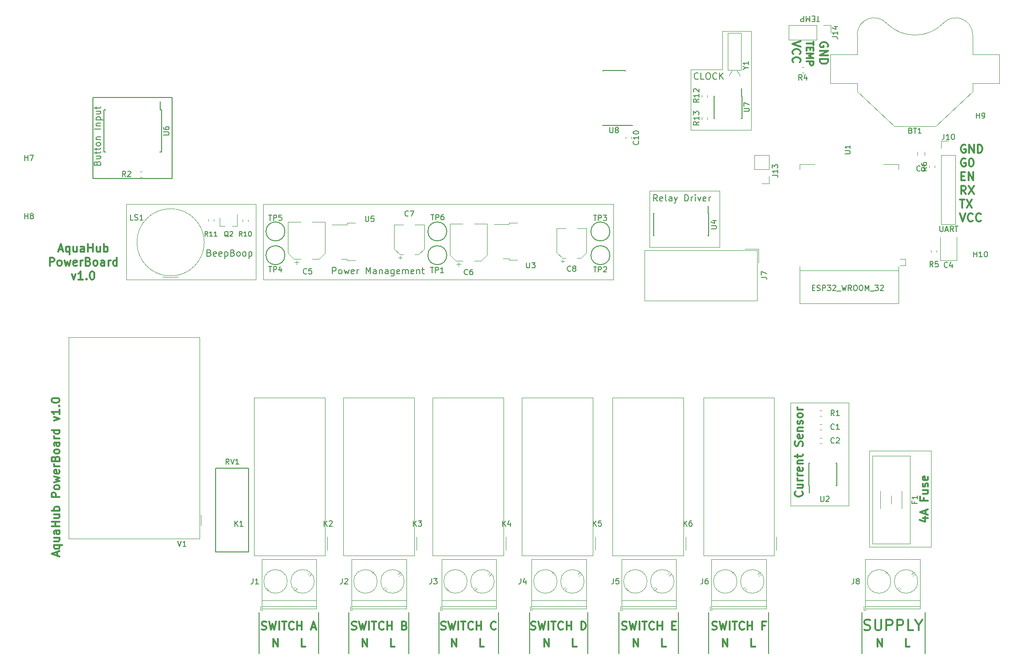
<source format=gbr>
G04 #@! TF.GenerationSoftware,KiCad,Pcbnew,(6.0.0-rc1-dev-904-g29e0e6921)*
G04 #@! TF.CreationDate,2018-10-15T14:12:23+01:00*
G04 #@! TF.ProjectId,AquaHub,417175614875622E6B696361645F7063,rev?*
G04 #@! TF.SameCoordinates,Original*
G04 #@! TF.FileFunction,Legend,Top*
G04 #@! TF.FilePolarity,Positive*
%FSLAX46Y46*%
G04 Gerber Fmt 4.6, Leading zero omitted, Abs format (unit mm)*
G04 Created by KiCad (PCBNEW (6.0.0-rc1-dev-904-g29e0e6921)) date 15/10/2018 14:12:23*
%MOMM*%
%LPD*%
G01*
G04 APERTURE LIST*
%ADD10C,0.200000*%
%ADD11C,0.080000*%
%ADD12C,0.150000*%
%ADD13C,0.300000*%
%ADD14C,0.120000*%
G04 APERTURE END LIST*
D10*
X180799142Y-45324571D02*
X180742000Y-45381714D01*
X180570571Y-45438857D01*
X180456285Y-45438857D01*
X180284857Y-45381714D01*
X180170571Y-45267428D01*
X180113428Y-45153142D01*
X180056285Y-44924571D01*
X180056285Y-44753142D01*
X180113428Y-44524571D01*
X180170571Y-44410285D01*
X180284857Y-44296000D01*
X180456285Y-44238857D01*
X180570571Y-44238857D01*
X180742000Y-44296000D01*
X180799142Y-44353142D01*
X181884857Y-45438857D02*
X181313428Y-45438857D01*
X181313428Y-44238857D01*
X182513428Y-44238857D02*
X182742000Y-44238857D01*
X182856285Y-44296000D01*
X182970571Y-44410285D01*
X183027714Y-44638857D01*
X183027714Y-45038857D01*
X182970571Y-45267428D01*
X182856285Y-45381714D01*
X182742000Y-45438857D01*
X182513428Y-45438857D01*
X182399142Y-45381714D01*
X182284857Y-45267428D01*
X182227714Y-45038857D01*
X182227714Y-44638857D01*
X182284857Y-44410285D01*
X182399142Y-44296000D01*
X182513428Y-44238857D01*
X184227714Y-45324571D02*
X184170571Y-45381714D01*
X183999142Y-45438857D01*
X183884857Y-45438857D01*
X183713428Y-45381714D01*
X183599142Y-45267428D01*
X183542000Y-45153142D01*
X183484857Y-44924571D01*
X183484857Y-44753142D01*
X183542000Y-44524571D01*
X183599142Y-44410285D01*
X183713428Y-44296000D01*
X183884857Y-44238857D01*
X183999142Y-44238857D01*
X184170571Y-44296000D01*
X184227714Y-44353142D01*
X184742000Y-45438857D02*
X184742000Y-44238857D01*
X185427714Y-45438857D02*
X184913428Y-44753142D01*
X185427714Y-44238857D02*
X184742000Y-44924571D01*
D11*
X165100000Y-68500000D02*
X100330000Y-68500000D01*
X165100000Y-82500000D02*
X165100000Y-68500000D01*
X100330000Y-82500000D02*
X165100000Y-82500000D01*
X100330000Y-68500000D02*
X100330000Y-82500000D01*
D10*
X69637285Y-60949857D02*
X69694428Y-60778428D01*
X69751571Y-60721285D01*
X69865857Y-60664142D01*
X70037285Y-60664142D01*
X70151571Y-60721285D01*
X70208714Y-60778428D01*
X70265857Y-60892714D01*
X70265857Y-61349857D01*
X69065857Y-61349857D01*
X69065857Y-60949857D01*
X69123000Y-60835571D01*
X69180142Y-60778428D01*
X69294428Y-60721285D01*
X69408714Y-60721285D01*
X69523000Y-60778428D01*
X69580142Y-60835571D01*
X69637285Y-60949857D01*
X69637285Y-61349857D01*
X69465857Y-59635571D02*
X70265857Y-59635571D01*
X69465857Y-60149857D02*
X70094428Y-60149857D01*
X70208714Y-60092714D01*
X70265857Y-59978428D01*
X70265857Y-59807000D01*
X70208714Y-59692714D01*
X70151571Y-59635571D01*
X69465857Y-59235571D02*
X69465857Y-58778428D01*
X69065857Y-59064142D02*
X70094428Y-59064142D01*
X70208714Y-59007000D01*
X70265857Y-58892714D01*
X70265857Y-58778428D01*
X69465857Y-58549857D02*
X69465857Y-58092714D01*
X69065857Y-58378428D02*
X70094428Y-58378428D01*
X70208714Y-58321285D01*
X70265857Y-58207000D01*
X70265857Y-58092714D01*
X70265857Y-57521285D02*
X70208714Y-57635571D01*
X70151571Y-57692714D01*
X70037285Y-57749857D01*
X69694428Y-57749857D01*
X69580142Y-57692714D01*
X69523000Y-57635571D01*
X69465857Y-57521285D01*
X69465857Y-57349857D01*
X69523000Y-57235571D01*
X69580142Y-57178428D01*
X69694428Y-57121285D01*
X70037285Y-57121285D01*
X70151571Y-57178428D01*
X70208714Y-57235571D01*
X70265857Y-57349857D01*
X70265857Y-57521285D01*
X69465857Y-56607000D02*
X70265857Y-56607000D01*
X69580142Y-56607000D02*
X69523000Y-56549857D01*
X69465857Y-56435571D01*
X69465857Y-56264142D01*
X69523000Y-56149857D01*
X69637285Y-56092714D01*
X70265857Y-56092714D01*
X70265857Y-54607000D02*
X69065857Y-54607000D01*
X69465857Y-54035571D02*
X70265857Y-54035571D01*
X69580142Y-54035571D02*
X69523000Y-53978428D01*
X69465857Y-53864142D01*
X69465857Y-53692714D01*
X69523000Y-53578428D01*
X69637285Y-53521285D01*
X70265857Y-53521285D01*
X69465857Y-52949857D02*
X70665857Y-52949857D01*
X69523000Y-52949857D02*
X69465857Y-52835571D01*
X69465857Y-52607000D01*
X69523000Y-52492714D01*
X69580142Y-52435571D01*
X69694428Y-52378428D01*
X70037285Y-52378428D01*
X70151571Y-52435571D01*
X70208714Y-52492714D01*
X70265857Y-52607000D01*
X70265857Y-52835571D01*
X70208714Y-52949857D01*
X69465857Y-51349857D02*
X70265857Y-51349857D01*
X69465857Y-51864142D02*
X70094428Y-51864142D01*
X70208714Y-51807000D01*
X70265857Y-51692714D01*
X70265857Y-51521285D01*
X70208714Y-51407000D01*
X70151571Y-51349857D01*
X69465857Y-50949857D02*
X69465857Y-50492714D01*
X69065857Y-50778428D02*
X70094428Y-50778428D01*
X70208714Y-50721285D01*
X70265857Y-50607000D01*
X70265857Y-50492714D01*
D12*
X68871000Y-63771000D02*
X68871000Y-48785000D01*
X83476000Y-63771000D02*
X68871000Y-63771000D01*
X83476000Y-48785000D02*
X83476000Y-63771000D01*
X68871000Y-48785000D02*
X83476000Y-48785000D01*
D13*
X62520285Y-76948000D02*
X63234571Y-76948000D01*
X62377428Y-77376571D02*
X62877428Y-75876571D01*
X63377428Y-77376571D01*
X64520285Y-76376571D02*
X64520285Y-77876571D01*
X64520285Y-77305142D02*
X64377428Y-77376571D01*
X64091714Y-77376571D01*
X63948857Y-77305142D01*
X63877428Y-77233714D01*
X63806000Y-77090857D01*
X63806000Y-76662285D01*
X63877428Y-76519428D01*
X63948857Y-76448000D01*
X64091714Y-76376571D01*
X64377428Y-76376571D01*
X64520285Y-76448000D01*
X65877428Y-76376571D02*
X65877428Y-77376571D01*
X65234571Y-76376571D02*
X65234571Y-77162285D01*
X65306000Y-77305142D01*
X65448857Y-77376571D01*
X65663142Y-77376571D01*
X65806000Y-77305142D01*
X65877428Y-77233714D01*
X67234571Y-77376571D02*
X67234571Y-76590857D01*
X67163142Y-76448000D01*
X67020285Y-76376571D01*
X66734571Y-76376571D01*
X66591714Y-76448000D01*
X67234571Y-77305142D02*
X67091714Y-77376571D01*
X66734571Y-77376571D01*
X66591714Y-77305142D01*
X66520285Y-77162285D01*
X66520285Y-77019428D01*
X66591714Y-76876571D01*
X66734571Y-76805142D01*
X67091714Y-76805142D01*
X67234571Y-76733714D01*
X67948857Y-77376571D02*
X67948857Y-75876571D01*
X67948857Y-76590857D02*
X68806000Y-76590857D01*
X68806000Y-77376571D02*
X68806000Y-75876571D01*
X70163142Y-76376571D02*
X70163142Y-77376571D01*
X69520285Y-76376571D02*
X69520285Y-77162285D01*
X69591714Y-77305142D01*
X69734571Y-77376571D01*
X69948857Y-77376571D01*
X70091714Y-77305142D01*
X70163142Y-77233714D01*
X70877428Y-77376571D02*
X70877428Y-75876571D01*
X70877428Y-76448000D02*
X71020285Y-76376571D01*
X71306000Y-76376571D01*
X71448857Y-76448000D01*
X71520285Y-76519428D01*
X71591714Y-76662285D01*
X71591714Y-77090857D01*
X71520285Y-77233714D01*
X71448857Y-77305142D01*
X71306000Y-77376571D01*
X71020285Y-77376571D01*
X70877428Y-77305142D01*
X60841714Y-79926571D02*
X60841714Y-78426571D01*
X61413142Y-78426571D01*
X61556000Y-78498000D01*
X61627428Y-78569428D01*
X61698857Y-78712285D01*
X61698857Y-78926571D01*
X61627428Y-79069428D01*
X61556000Y-79140857D01*
X61413142Y-79212285D01*
X60841714Y-79212285D01*
X62556000Y-79926571D02*
X62413142Y-79855142D01*
X62341714Y-79783714D01*
X62270285Y-79640857D01*
X62270285Y-79212285D01*
X62341714Y-79069428D01*
X62413142Y-78998000D01*
X62556000Y-78926571D01*
X62770285Y-78926571D01*
X62913142Y-78998000D01*
X62984571Y-79069428D01*
X63056000Y-79212285D01*
X63056000Y-79640857D01*
X62984571Y-79783714D01*
X62913142Y-79855142D01*
X62770285Y-79926571D01*
X62556000Y-79926571D01*
X63556000Y-78926571D02*
X63841714Y-79926571D01*
X64127428Y-79212285D01*
X64413142Y-79926571D01*
X64698857Y-78926571D01*
X65841714Y-79855142D02*
X65698857Y-79926571D01*
X65413142Y-79926571D01*
X65270285Y-79855142D01*
X65198857Y-79712285D01*
X65198857Y-79140857D01*
X65270285Y-78998000D01*
X65413142Y-78926571D01*
X65698857Y-78926571D01*
X65841714Y-78998000D01*
X65913142Y-79140857D01*
X65913142Y-79283714D01*
X65198857Y-79426571D01*
X66556000Y-79926571D02*
X66556000Y-78926571D01*
X66556000Y-79212285D02*
X66627428Y-79069428D01*
X66698857Y-78998000D01*
X66841714Y-78926571D01*
X66984571Y-78926571D01*
X67984571Y-79140857D02*
X68198857Y-79212285D01*
X68270285Y-79283714D01*
X68341714Y-79426571D01*
X68341714Y-79640857D01*
X68270285Y-79783714D01*
X68198857Y-79855142D01*
X68056000Y-79926571D01*
X67484571Y-79926571D01*
X67484571Y-78426571D01*
X67984571Y-78426571D01*
X68127428Y-78498000D01*
X68198857Y-78569428D01*
X68270285Y-78712285D01*
X68270285Y-78855142D01*
X68198857Y-78998000D01*
X68127428Y-79069428D01*
X67984571Y-79140857D01*
X67484571Y-79140857D01*
X69198857Y-79926571D02*
X69056000Y-79855142D01*
X68984571Y-79783714D01*
X68913142Y-79640857D01*
X68913142Y-79212285D01*
X68984571Y-79069428D01*
X69056000Y-78998000D01*
X69198857Y-78926571D01*
X69413142Y-78926571D01*
X69556000Y-78998000D01*
X69627428Y-79069428D01*
X69698857Y-79212285D01*
X69698857Y-79640857D01*
X69627428Y-79783714D01*
X69556000Y-79855142D01*
X69413142Y-79926571D01*
X69198857Y-79926571D01*
X70984571Y-79926571D02*
X70984571Y-79140857D01*
X70913142Y-78998000D01*
X70770285Y-78926571D01*
X70484571Y-78926571D01*
X70341714Y-78998000D01*
X70984571Y-79855142D02*
X70841714Y-79926571D01*
X70484571Y-79926571D01*
X70341714Y-79855142D01*
X70270285Y-79712285D01*
X70270285Y-79569428D01*
X70341714Y-79426571D01*
X70484571Y-79355142D01*
X70841714Y-79355142D01*
X70984571Y-79283714D01*
X71698857Y-79926571D02*
X71698857Y-78926571D01*
X71698857Y-79212285D02*
X71770285Y-79069428D01*
X71841714Y-78998000D01*
X71984571Y-78926571D01*
X72127428Y-78926571D01*
X73270285Y-79926571D02*
X73270285Y-78426571D01*
X73270285Y-79855142D02*
X73127428Y-79926571D01*
X72841714Y-79926571D01*
X72698857Y-79855142D01*
X72627428Y-79783714D01*
X72556000Y-79640857D01*
X72556000Y-79212285D01*
X72627428Y-79069428D01*
X72698857Y-78998000D01*
X72841714Y-78926571D01*
X73127428Y-78926571D01*
X73270285Y-78998000D01*
X64913142Y-81476571D02*
X65270285Y-82476571D01*
X65627428Y-81476571D01*
X66984571Y-82476571D02*
X66127428Y-82476571D01*
X66556000Y-82476571D02*
X66556000Y-80976571D01*
X66413142Y-81190857D01*
X66270285Y-81333714D01*
X66127428Y-81405142D01*
X67627428Y-82333714D02*
X67698857Y-82405142D01*
X67627428Y-82476571D01*
X67556000Y-82405142D01*
X67627428Y-82333714D01*
X67627428Y-82476571D01*
X68627428Y-80976571D02*
X68770285Y-80976571D01*
X68913142Y-81048000D01*
X68984571Y-81119428D01*
X69056000Y-81262285D01*
X69127428Y-81548000D01*
X69127428Y-81905142D01*
X69056000Y-82190857D01*
X68984571Y-82333714D01*
X68913142Y-82405142D01*
X68770285Y-82476571D01*
X68627428Y-82476571D01*
X68484571Y-82405142D01*
X68413142Y-82333714D01*
X68341714Y-82190857D01*
X68270285Y-81905142D01*
X68270285Y-81548000D01*
X68341714Y-81262285D01*
X68413142Y-81119428D01*
X68484571Y-81048000D01*
X68627428Y-80976571D01*
D11*
X75000000Y-68500000D02*
X75000000Y-82500000D01*
X99000000Y-68500000D02*
X75000000Y-68500000D01*
X99000000Y-82500000D02*
X99000000Y-68500000D01*
X75000000Y-82500000D02*
X99000000Y-82500000D01*
D10*
X90360714Y-77536285D02*
X90532142Y-77593428D01*
X90589285Y-77650571D01*
X90646428Y-77764857D01*
X90646428Y-77936285D01*
X90589285Y-78050571D01*
X90532142Y-78107714D01*
X90417857Y-78164857D01*
X89960714Y-78164857D01*
X89960714Y-76964857D01*
X90360714Y-76964857D01*
X90475000Y-77022000D01*
X90532142Y-77079142D01*
X90589285Y-77193428D01*
X90589285Y-77307714D01*
X90532142Y-77422000D01*
X90475000Y-77479142D01*
X90360714Y-77536285D01*
X89960714Y-77536285D01*
X91617857Y-78107714D02*
X91503571Y-78164857D01*
X91275000Y-78164857D01*
X91160714Y-78107714D01*
X91103571Y-77993428D01*
X91103571Y-77536285D01*
X91160714Y-77422000D01*
X91275000Y-77364857D01*
X91503571Y-77364857D01*
X91617857Y-77422000D01*
X91675000Y-77536285D01*
X91675000Y-77650571D01*
X91103571Y-77764857D01*
X92646428Y-78107714D02*
X92532142Y-78164857D01*
X92303571Y-78164857D01*
X92189285Y-78107714D01*
X92132142Y-77993428D01*
X92132142Y-77536285D01*
X92189285Y-77422000D01*
X92303571Y-77364857D01*
X92532142Y-77364857D01*
X92646428Y-77422000D01*
X92703571Y-77536285D01*
X92703571Y-77650571D01*
X92132142Y-77764857D01*
X93217857Y-77364857D02*
X93217857Y-78564857D01*
X93217857Y-77422000D02*
X93332142Y-77364857D01*
X93560714Y-77364857D01*
X93675000Y-77422000D01*
X93732142Y-77479142D01*
X93789285Y-77593428D01*
X93789285Y-77936285D01*
X93732142Y-78050571D01*
X93675000Y-78107714D01*
X93560714Y-78164857D01*
X93332142Y-78164857D01*
X93217857Y-78107714D01*
X94703571Y-77536285D02*
X94875000Y-77593428D01*
X94932142Y-77650571D01*
X94989285Y-77764857D01*
X94989285Y-77936285D01*
X94932142Y-78050571D01*
X94875000Y-78107714D01*
X94760714Y-78164857D01*
X94303571Y-78164857D01*
X94303571Y-76964857D01*
X94703571Y-76964857D01*
X94817857Y-77022000D01*
X94875000Y-77079142D01*
X94932142Y-77193428D01*
X94932142Y-77307714D01*
X94875000Y-77422000D01*
X94817857Y-77479142D01*
X94703571Y-77536285D01*
X94303571Y-77536285D01*
X95675000Y-78164857D02*
X95560714Y-78107714D01*
X95503571Y-78050571D01*
X95446428Y-77936285D01*
X95446428Y-77593428D01*
X95503571Y-77479142D01*
X95560714Y-77422000D01*
X95675000Y-77364857D01*
X95846428Y-77364857D01*
X95960714Y-77422000D01*
X96017857Y-77479142D01*
X96075000Y-77593428D01*
X96075000Y-77936285D01*
X96017857Y-78050571D01*
X95960714Y-78107714D01*
X95846428Y-78164857D01*
X95675000Y-78164857D01*
X96760714Y-78164857D02*
X96646428Y-78107714D01*
X96589285Y-78050571D01*
X96532142Y-77936285D01*
X96532142Y-77593428D01*
X96589285Y-77479142D01*
X96646428Y-77422000D01*
X96760714Y-77364857D01*
X96932142Y-77364857D01*
X97046428Y-77422000D01*
X97103571Y-77479142D01*
X97160714Y-77593428D01*
X97160714Y-77936285D01*
X97103571Y-78050571D01*
X97046428Y-78107714D01*
X96932142Y-78164857D01*
X96760714Y-78164857D01*
X97675000Y-77364857D02*
X97675000Y-78564857D01*
X97675000Y-77422000D02*
X97789285Y-77364857D01*
X98017857Y-77364857D01*
X98132142Y-77422000D01*
X98189285Y-77479142D01*
X98246428Y-77593428D01*
X98246428Y-77936285D01*
X98189285Y-78050571D01*
X98132142Y-78107714D01*
X98017857Y-78164857D01*
X97789285Y-78164857D01*
X97675000Y-78107714D01*
D11*
X190616000Y-36514000D02*
X190616000Y-54802000D01*
X185282000Y-36514000D02*
X190616000Y-36514000D01*
X185282000Y-43626000D02*
X185282000Y-36514000D01*
X179440000Y-43626000D02*
X185282000Y-43626000D01*
X179440000Y-54802000D02*
X179440000Y-43626000D01*
X190616000Y-54802000D02*
X179440000Y-54802000D01*
X184721500Y-66041500D02*
X171767500Y-66041500D01*
X184721500Y-76455500D02*
X184721500Y-66041500D01*
X171767500Y-76455500D02*
X184721500Y-76455500D01*
X171767500Y-66041500D02*
X171767500Y-76455500D01*
D13*
X202117523Y-38440095D02*
X202117523Y-39154380D01*
X200867523Y-38797238D02*
X202117523Y-38797238D01*
X201522285Y-39571047D02*
X201522285Y-39987714D01*
X200867523Y-40166285D02*
X200867523Y-39571047D01*
X202117523Y-39571047D01*
X202117523Y-40166285D01*
X200867523Y-40702000D02*
X202117523Y-40702000D01*
X201224666Y-41118666D01*
X202117523Y-41535333D01*
X200867523Y-41535333D01*
X200867523Y-42130571D02*
X202117523Y-42130571D01*
X202117523Y-42606761D01*
X202058000Y-42725809D01*
X201998476Y-42785333D01*
X201879428Y-42844857D01*
X201700857Y-42844857D01*
X201581809Y-42785333D01*
X201522285Y-42725809D01*
X201462761Y-42606761D01*
X201462761Y-42130571D01*
X229213284Y-67704571D02*
X230070427Y-67704571D01*
X229641856Y-69204571D02*
X229641856Y-67704571D01*
X230427570Y-67704571D02*
X231427570Y-69204571D01*
X231427570Y-67704571D02*
X230427570Y-69204571D01*
D10*
X113140000Y-81442857D02*
X113140000Y-80242857D01*
X113597142Y-80242857D01*
X113711428Y-80300000D01*
X113768571Y-80357142D01*
X113825714Y-80471428D01*
X113825714Y-80642857D01*
X113768571Y-80757142D01*
X113711428Y-80814285D01*
X113597142Y-80871428D01*
X113140000Y-80871428D01*
X114511428Y-81442857D02*
X114397142Y-81385714D01*
X114340000Y-81328571D01*
X114282857Y-81214285D01*
X114282857Y-80871428D01*
X114340000Y-80757142D01*
X114397142Y-80700000D01*
X114511428Y-80642857D01*
X114682857Y-80642857D01*
X114797142Y-80700000D01*
X114854285Y-80757142D01*
X114911428Y-80871428D01*
X114911428Y-81214285D01*
X114854285Y-81328571D01*
X114797142Y-81385714D01*
X114682857Y-81442857D01*
X114511428Y-81442857D01*
X115311428Y-80642857D02*
X115540000Y-81442857D01*
X115768571Y-80871428D01*
X115997142Y-81442857D01*
X116225714Y-80642857D01*
X117140000Y-81385714D02*
X117025714Y-81442857D01*
X116797142Y-81442857D01*
X116682857Y-81385714D01*
X116625714Y-81271428D01*
X116625714Y-80814285D01*
X116682857Y-80700000D01*
X116797142Y-80642857D01*
X117025714Y-80642857D01*
X117140000Y-80700000D01*
X117197142Y-80814285D01*
X117197142Y-80928571D01*
X116625714Y-81042857D01*
X117711428Y-81442857D02*
X117711428Y-80642857D01*
X117711428Y-80871428D02*
X117768571Y-80757142D01*
X117825714Y-80700000D01*
X117940000Y-80642857D01*
X118054285Y-80642857D01*
X119368571Y-81442857D02*
X119368571Y-80242857D01*
X119768571Y-81100000D01*
X120168571Y-80242857D01*
X120168571Y-81442857D01*
X121254285Y-81442857D02*
X121254285Y-80814285D01*
X121197142Y-80700000D01*
X121082857Y-80642857D01*
X120854285Y-80642857D01*
X120740000Y-80700000D01*
X121254285Y-81385714D02*
X121140000Y-81442857D01*
X120854285Y-81442857D01*
X120740000Y-81385714D01*
X120682857Y-81271428D01*
X120682857Y-81157142D01*
X120740000Y-81042857D01*
X120854285Y-80985714D01*
X121140000Y-80985714D01*
X121254285Y-80928571D01*
X121825714Y-80642857D02*
X121825714Y-81442857D01*
X121825714Y-80757142D02*
X121882857Y-80700000D01*
X121997142Y-80642857D01*
X122168571Y-80642857D01*
X122282857Y-80700000D01*
X122340000Y-80814285D01*
X122340000Y-81442857D01*
X123425714Y-81442857D02*
X123425714Y-80814285D01*
X123368571Y-80700000D01*
X123254285Y-80642857D01*
X123025714Y-80642857D01*
X122911428Y-80700000D01*
X123425714Y-81385714D02*
X123311428Y-81442857D01*
X123025714Y-81442857D01*
X122911428Y-81385714D01*
X122854285Y-81271428D01*
X122854285Y-81157142D01*
X122911428Y-81042857D01*
X123025714Y-80985714D01*
X123311428Y-80985714D01*
X123425714Y-80928571D01*
X124511428Y-80642857D02*
X124511428Y-81614285D01*
X124454285Y-81728571D01*
X124397142Y-81785714D01*
X124282857Y-81842857D01*
X124111428Y-81842857D01*
X123997142Y-81785714D01*
X124511428Y-81385714D02*
X124397142Y-81442857D01*
X124168571Y-81442857D01*
X124054285Y-81385714D01*
X123997142Y-81328571D01*
X123940000Y-81214285D01*
X123940000Y-80871428D01*
X123997142Y-80757142D01*
X124054285Y-80700000D01*
X124168571Y-80642857D01*
X124397142Y-80642857D01*
X124511428Y-80700000D01*
X125540000Y-81385714D02*
X125425714Y-81442857D01*
X125197142Y-81442857D01*
X125082857Y-81385714D01*
X125025714Y-81271428D01*
X125025714Y-80814285D01*
X125082857Y-80700000D01*
X125197142Y-80642857D01*
X125425714Y-80642857D01*
X125540000Y-80700000D01*
X125597142Y-80814285D01*
X125597142Y-80928571D01*
X125025714Y-81042857D01*
X126111428Y-81442857D02*
X126111428Y-80642857D01*
X126111428Y-80757142D02*
X126168571Y-80700000D01*
X126282857Y-80642857D01*
X126454285Y-80642857D01*
X126568571Y-80700000D01*
X126625714Y-80814285D01*
X126625714Y-81442857D01*
X126625714Y-80814285D02*
X126682857Y-80700000D01*
X126797142Y-80642857D01*
X126968571Y-80642857D01*
X127082857Y-80700000D01*
X127140000Y-80814285D01*
X127140000Y-81442857D01*
X128168571Y-81385714D02*
X128054285Y-81442857D01*
X127825714Y-81442857D01*
X127711428Y-81385714D01*
X127654285Y-81271428D01*
X127654285Y-80814285D01*
X127711428Y-80700000D01*
X127825714Y-80642857D01*
X128054285Y-80642857D01*
X128168571Y-80700000D01*
X128225714Y-80814285D01*
X128225714Y-80928571D01*
X127654285Y-81042857D01*
X128740000Y-80642857D02*
X128740000Y-81442857D01*
X128740000Y-80757142D02*
X128797142Y-80700000D01*
X128911428Y-80642857D01*
X129082857Y-80642857D01*
X129197142Y-80700000D01*
X129254285Y-80814285D01*
X129254285Y-81442857D01*
X129654285Y-80642857D02*
X130111428Y-80642857D01*
X129825714Y-80242857D02*
X129825714Y-81271428D01*
X129882857Y-81385714D01*
X129997142Y-81442857D01*
X130111428Y-81442857D01*
D13*
X230213284Y-60156000D02*
X230070427Y-60084571D01*
X229856141Y-60084571D01*
X229641855Y-60156000D01*
X229498998Y-60298857D01*
X229427570Y-60441714D01*
X229356141Y-60727428D01*
X229356141Y-60941714D01*
X229427570Y-61227428D01*
X229498998Y-61370285D01*
X229641855Y-61513142D01*
X229856141Y-61584571D01*
X229998998Y-61584571D01*
X230213284Y-61513142D01*
X230284713Y-61441714D01*
X230284713Y-60941714D01*
X229998998Y-60941714D01*
X231213284Y-60084571D02*
X231356141Y-60084571D01*
X231498998Y-60156000D01*
X231570427Y-60227428D01*
X231641855Y-60370285D01*
X231713284Y-60656000D01*
X231713284Y-61013142D01*
X231641855Y-61298857D01*
X231570427Y-61441714D01*
X231498998Y-61513142D01*
X231356141Y-61584571D01*
X231213284Y-61584571D01*
X231070427Y-61513142D01*
X230998998Y-61441714D01*
X230927570Y-61298857D01*
X230856141Y-61013142D01*
X230856141Y-60656000D01*
X230927570Y-60370285D01*
X230998998Y-60227428D01*
X231070427Y-60156000D01*
X231213284Y-60084571D01*
X229427570Y-63338857D02*
X229927570Y-63338857D01*
X230141855Y-64124571D02*
X229427570Y-64124571D01*
X229427570Y-62624571D01*
X230141855Y-62624571D01*
X230784713Y-64124571D02*
X230784713Y-62624571D01*
X231641855Y-64124571D01*
X231641855Y-62624571D01*
D12*
X203242523Y-34772619D02*
X202671095Y-34772619D01*
X202956809Y-33772619D02*
X202956809Y-34772619D01*
X202337761Y-34296428D02*
X202004428Y-34296428D01*
X201861571Y-33772619D02*
X202337761Y-33772619D01*
X202337761Y-34772619D01*
X201861571Y-34772619D01*
X201433000Y-33772619D02*
X201433000Y-34772619D01*
X201099666Y-34058333D01*
X200766333Y-34772619D01*
X200766333Y-33772619D01*
X200290142Y-33772619D02*
X200290142Y-34772619D01*
X199909190Y-34772619D01*
X199813952Y-34725000D01*
X199766333Y-34677380D01*
X199718714Y-34582142D01*
X199718714Y-34439285D01*
X199766333Y-34344047D01*
X199813952Y-34296428D01*
X199909190Y-34248809D01*
X200290142Y-34248809D01*
D13*
X204723000Y-39432142D02*
X204794428Y-39289285D01*
X204794428Y-39075000D01*
X204723000Y-38860714D01*
X204580142Y-38717857D01*
X204437285Y-38646428D01*
X204151571Y-38575000D01*
X203937285Y-38575000D01*
X203651571Y-38646428D01*
X203508714Y-38717857D01*
X203365857Y-38860714D01*
X203294428Y-39075000D01*
X203294428Y-39217857D01*
X203365857Y-39432142D01*
X203437285Y-39503571D01*
X203937285Y-39503571D01*
X203937285Y-39217857D01*
X203294428Y-40146428D02*
X204794428Y-40146428D01*
X203294428Y-41003571D01*
X204794428Y-41003571D01*
X203294428Y-41717857D02*
X204794428Y-41717857D01*
X204794428Y-42075000D01*
X204723000Y-42289285D01*
X204580142Y-42432142D01*
X204437285Y-42503571D01*
X204151571Y-42575000D01*
X203937285Y-42575000D01*
X203651571Y-42503571D01*
X203508714Y-42432142D01*
X203365857Y-42289285D01*
X203294428Y-42075000D01*
X203294428Y-41717857D01*
X199714428Y-38432143D02*
X198214428Y-38932143D01*
X199714428Y-39432143D01*
X198357285Y-40789285D02*
X198285857Y-40717857D01*
X198214428Y-40503571D01*
X198214428Y-40360714D01*
X198285857Y-40146428D01*
X198428714Y-40003571D01*
X198571571Y-39932143D01*
X198857285Y-39860714D01*
X199071571Y-39860714D01*
X199357285Y-39932143D01*
X199500142Y-40003571D01*
X199643000Y-40146428D01*
X199714428Y-40360714D01*
X199714428Y-40503571D01*
X199643000Y-40717857D01*
X199571571Y-40789285D01*
X198357285Y-42289285D02*
X198285857Y-42217857D01*
X198214428Y-42003571D01*
X198214428Y-41860714D01*
X198285857Y-41646428D01*
X198428714Y-41503571D01*
X198571571Y-41432143D01*
X198857285Y-41360714D01*
X199071571Y-41360714D01*
X199357285Y-41432143D01*
X199500142Y-41503571D01*
X199643000Y-41646428D01*
X199714428Y-41860714D01*
X199714428Y-42003571D01*
X199643000Y-42217857D01*
X199571571Y-42289285D01*
D11*
X223895000Y-131985000D02*
X223895000Y-114205000D01*
X212465000Y-131985000D02*
X223895000Y-131985000D01*
X212465000Y-114205000D02*
X212465000Y-131985000D01*
X223895000Y-114205000D02*
X212465000Y-114205000D01*
D13*
X222303571Y-126595000D02*
X223303571Y-126595000D01*
X221732142Y-126952142D02*
X222803571Y-127309285D01*
X222803571Y-126380714D01*
X222875000Y-125880714D02*
X222875000Y-125166428D01*
X223303571Y-126023571D02*
X221803571Y-125523571D01*
X223303571Y-125023571D01*
X222517857Y-122880714D02*
X222517857Y-123380714D01*
X223303571Y-123380714D02*
X221803571Y-123380714D01*
X221803571Y-122666428D01*
X222303571Y-121452142D02*
X223303571Y-121452142D01*
X222303571Y-122095000D02*
X223089285Y-122095000D01*
X223232142Y-122023571D01*
X223303571Y-121880714D01*
X223303571Y-121666428D01*
X223232142Y-121523571D01*
X223160714Y-121452142D01*
X223232142Y-120809285D02*
X223303571Y-120666428D01*
X223303571Y-120380714D01*
X223232142Y-120237857D01*
X223089285Y-120166428D01*
X223017857Y-120166428D01*
X222875000Y-120237857D01*
X222803571Y-120380714D01*
X222803571Y-120595000D01*
X222732142Y-120737857D01*
X222589285Y-120809285D01*
X222517857Y-120809285D01*
X222375000Y-120737857D01*
X222303571Y-120595000D01*
X222303571Y-120380714D01*
X222375000Y-120237857D01*
X223232142Y-118952142D02*
X223303571Y-119095000D01*
X223303571Y-119380714D01*
X223232142Y-119523571D01*
X223089285Y-119595000D01*
X222517857Y-119595000D01*
X222375000Y-119523571D01*
X222303571Y-119380714D01*
X222303571Y-119095000D01*
X222375000Y-118952142D01*
X222517857Y-118880714D01*
X222660714Y-118880714D01*
X222803571Y-119595000D01*
D11*
X197860000Y-124365000D02*
X197860000Y-105315000D01*
X208655000Y-124365000D02*
X197860000Y-124365000D01*
X208655000Y-105315000D02*
X208655000Y-124365000D01*
X197860000Y-105315000D02*
X208655000Y-105315000D01*
D13*
X199983214Y-121709000D02*
X200054642Y-121780428D01*
X200126071Y-121994714D01*
X200126071Y-122137571D01*
X200054642Y-122351857D01*
X199911785Y-122494714D01*
X199768928Y-122566142D01*
X199483214Y-122637571D01*
X199268928Y-122637571D01*
X198983214Y-122566142D01*
X198840357Y-122494714D01*
X198697500Y-122351857D01*
X198626071Y-122137571D01*
X198626071Y-121994714D01*
X198697500Y-121780428D01*
X198768928Y-121709000D01*
X199126071Y-120423285D02*
X200126071Y-120423285D01*
X199126071Y-121066142D02*
X199911785Y-121066142D01*
X200054642Y-120994714D01*
X200126071Y-120851857D01*
X200126071Y-120637571D01*
X200054642Y-120494714D01*
X199983214Y-120423285D01*
X200126071Y-119709000D02*
X199126071Y-119709000D01*
X199411785Y-119709000D02*
X199268928Y-119637571D01*
X199197500Y-119566142D01*
X199126071Y-119423285D01*
X199126071Y-119280428D01*
X200126071Y-118780428D02*
X199126071Y-118780428D01*
X199411785Y-118780428D02*
X199268928Y-118709000D01*
X199197500Y-118637571D01*
X199126071Y-118494714D01*
X199126071Y-118351857D01*
X200054642Y-117280428D02*
X200126071Y-117423285D01*
X200126071Y-117709000D01*
X200054642Y-117851857D01*
X199911785Y-117923285D01*
X199340357Y-117923285D01*
X199197500Y-117851857D01*
X199126071Y-117709000D01*
X199126071Y-117423285D01*
X199197500Y-117280428D01*
X199340357Y-117209000D01*
X199483214Y-117209000D01*
X199626071Y-117923285D01*
X199126071Y-116566142D02*
X200126071Y-116566142D01*
X199268928Y-116566142D02*
X199197500Y-116494714D01*
X199126071Y-116351857D01*
X199126071Y-116137571D01*
X199197500Y-115994714D01*
X199340357Y-115923285D01*
X200126071Y-115923285D01*
X199126071Y-115423285D02*
X199126071Y-114851857D01*
X198626071Y-115209000D02*
X199911785Y-115209000D01*
X200054642Y-115137571D01*
X200126071Y-114994714D01*
X200126071Y-114851857D01*
X200054642Y-113280428D02*
X200126071Y-113066142D01*
X200126071Y-112709000D01*
X200054642Y-112566142D01*
X199983214Y-112494714D01*
X199840357Y-112423285D01*
X199697500Y-112423285D01*
X199554642Y-112494714D01*
X199483214Y-112566142D01*
X199411785Y-112709000D01*
X199340357Y-112994714D01*
X199268928Y-113137571D01*
X199197500Y-113209000D01*
X199054642Y-113280428D01*
X198911785Y-113280428D01*
X198768928Y-113209000D01*
X198697500Y-113137571D01*
X198626071Y-112994714D01*
X198626071Y-112637571D01*
X198697500Y-112423285D01*
X200054642Y-111209000D02*
X200126071Y-111351857D01*
X200126071Y-111637571D01*
X200054642Y-111780428D01*
X199911785Y-111851857D01*
X199340357Y-111851857D01*
X199197500Y-111780428D01*
X199126071Y-111637571D01*
X199126071Y-111351857D01*
X199197500Y-111209000D01*
X199340357Y-111137571D01*
X199483214Y-111137571D01*
X199626071Y-111851857D01*
X199126071Y-110494714D02*
X200126071Y-110494714D01*
X199268928Y-110494714D02*
X199197500Y-110423285D01*
X199126071Y-110280428D01*
X199126071Y-110066142D01*
X199197500Y-109923285D01*
X199340357Y-109851857D01*
X200126071Y-109851857D01*
X200054642Y-109209000D02*
X200126071Y-109066142D01*
X200126071Y-108780428D01*
X200054642Y-108637571D01*
X199911785Y-108566142D01*
X199840357Y-108566142D01*
X199697500Y-108637571D01*
X199626071Y-108780428D01*
X199626071Y-108994714D01*
X199554642Y-109137571D01*
X199411785Y-109209000D01*
X199340357Y-109209000D01*
X199197500Y-109137571D01*
X199126071Y-108994714D01*
X199126071Y-108780428D01*
X199197500Y-108637571D01*
X200126071Y-107709000D02*
X200054642Y-107851857D01*
X199983214Y-107923285D01*
X199840357Y-107994714D01*
X199411785Y-107994714D01*
X199268928Y-107923285D01*
X199197500Y-107851857D01*
X199126071Y-107709000D01*
X199126071Y-107494714D01*
X199197500Y-107351857D01*
X199268928Y-107280428D01*
X199411785Y-107209000D01*
X199840357Y-107209000D01*
X199983214Y-107280428D01*
X200054642Y-107351857D01*
X200126071Y-107494714D01*
X200126071Y-107709000D01*
X200126071Y-106566142D02*
X199126071Y-106566142D01*
X199411785Y-106566142D02*
X199268928Y-106494714D01*
X199197500Y-106423285D01*
X199126071Y-106280428D01*
X199126071Y-106137571D01*
D10*
X173222214Y-67981357D02*
X172822214Y-67409928D01*
X172536500Y-67981357D02*
X172536500Y-66781357D01*
X172993642Y-66781357D01*
X173107928Y-66838500D01*
X173165071Y-66895642D01*
X173222214Y-67009928D01*
X173222214Y-67181357D01*
X173165071Y-67295642D01*
X173107928Y-67352785D01*
X172993642Y-67409928D01*
X172536500Y-67409928D01*
X174193642Y-67924214D02*
X174079357Y-67981357D01*
X173850785Y-67981357D01*
X173736500Y-67924214D01*
X173679357Y-67809928D01*
X173679357Y-67352785D01*
X173736500Y-67238500D01*
X173850785Y-67181357D01*
X174079357Y-67181357D01*
X174193642Y-67238500D01*
X174250785Y-67352785D01*
X174250785Y-67467071D01*
X173679357Y-67581357D01*
X174936500Y-67981357D02*
X174822214Y-67924214D01*
X174765071Y-67809928D01*
X174765071Y-66781357D01*
X175907928Y-67981357D02*
X175907928Y-67352785D01*
X175850785Y-67238500D01*
X175736500Y-67181357D01*
X175507928Y-67181357D01*
X175393642Y-67238500D01*
X175907928Y-67924214D02*
X175793642Y-67981357D01*
X175507928Y-67981357D01*
X175393642Y-67924214D01*
X175336500Y-67809928D01*
X175336500Y-67695642D01*
X175393642Y-67581357D01*
X175507928Y-67524214D01*
X175793642Y-67524214D01*
X175907928Y-67467071D01*
X176365071Y-67181357D02*
X176650785Y-67981357D01*
X176936500Y-67181357D02*
X176650785Y-67981357D01*
X176536500Y-68267071D01*
X176479357Y-68324214D01*
X176365071Y-68381357D01*
X178307928Y-67981357D02*
X178307928Y-66781357D01*
X178593642Y-66781357D01*
X178765071Y-66838500D01*
X178879357Y-66952785D01*
X178936500Y-67067071D01*
X178993642Y-67295642D01*
X178993642Y-67467071D01*
X178936500Y-67695642D01*
X178879357Y-67809928D01*
X178765071Y-67924214D01*
X178593642Y-67981357D01*
X178307928Y-67981357D01*
X179507928Y-67981357D02*
X179507928Y-67181357D01*
X179507928Y-67409928D02*
X179565071Y-67295642D01*
X179622214Y-67238500D01*
X179736500Y-67181357D01*
X179850785Y-67181357D01*
X180250785Y-67981357D02*
X180250785Y-67181357D01*
X180250785Y-66781357D02*
X180193642Y-66838500D01*
X180250785Y-66895642D01*
X180307928Y-66838500D01*
X180250785Y-66781357D01*
X180250785Y-66895642D01*
X180707928Y-67181357D02*
X180993642Y-67981357D01*
X181279357Y-67181357D01*
X182193642Y-67924214D02*
X182079357Y-67981357D01*
X181850785Y-67981357D01*
X181736500Y-67924214D01*
X181679357Y-67809928D01*
X181679357Y-67352785D01*
X181736500Y-67238500D01*
X181850785Y-67181357D01*
X182079357Y-67181357D01*
X182193642Y-67238500D01*
X182250785Y-67352785D01*
X182250785Y-67467071D01*
X181679357Y-67581357D01*
X182765071Y-67981357D02*
X182765071Y-67181357D01*
X182765071Y-67409928D02*
X182822214Y-67295642D01*
X182879357Y-67238500D01*
X182993642Y-67181357D01*
X183107928Y-67181357D01*
D12*
X225510761Y-72610380D02*
X225510761Y-73419904D01*
X225558380Y-73515142D01*
X225606000Y-73562761D01*
X225701238Y-73610380D01*
X225891714Y-73610380D01*
X225986952Y-73562761D01*
X226034571Y-73515142D01*
X226082190Y-73419904D01*
X226082190Y-72610380D01*
X226510761Y-73324666D02*
X226986952Y-73324666D01*
X226415523Y-73610380D02*
X226748857Y-72610380D01*
X227082190Y-73610380D01*
X227986952Y-73610380D02*
X227653619Y-73134190D01*
X227415523Y-73610380D02*
X227415523Y-72610380D01*
X227796476Y-72610380D01*
X227891714Y-72658000D01*
X227939333Y-72705619D01*
X227986952Y-72800857D01*
X227986952Y-72943714D01*
X227939333Y-73038952D01*
X227891714Y-73086571D01*
X227796476Y-73134190D01*
X227415523Y-73134190D01*
X228272666Y-72610380D02*
X228844095Y-72610380D01*
X228558380Y-73610380D02*
X228558380Y-72610380D01*
D13*
X102181428Y-150443571D02*
X102181428Y-148943571D01*
X103038571Y-150443571D01*
X103038571Y-148943571D01*
X108154285Y-150443571D02*
X107440000Y-150443571D01*
X107440000Y-148943571D01*
X124664285Y-150443571D02*
X123950000Y-150443571D01*
X123950000Y-148943571D01*
X118691428Y-150443571D02*
X118691428Y-148943571D01*
X119548571Y-150443571D01*
X119548571Y-148943571D01*
X141174285Y-150443571D02*
X140460000Y-150443571D01*
X140460000Y-148943571D01*
X135201428Y-150443571D02*
X135201428Y-148943571D01*
X136058571Y-150443571D01*
X136058571Y-148943571D01*
X152346428Y-150443571D02*
X152346428Y-148943571D01*
X153203571Y-150443571D01*
X153203571Y-148943571D01*
X158319285Y-150443571D02*
X157605000Y-150443571D01*
X157605000Y-148943571D01*
X168856428Y-150443571D02*
X168856428Y-148943571D01*
X169713571Y-150443571D01*
X169713571Y-148943571D01*
X174829285Y-150443571D02*
X174115000Y-150443571D01*
X174115000Y-148943571D01*
X185366428Y-150443571D02*
X185366428Y-148943571D01*
X186223571Y-150443571D01*
X186223571Y-148943571D01*
X191339285Y-150443571D02*
X190625000Y-150443571D01*
X190625000Y-148943571D01*
D10*
X99562000Y-144050000D02*
X99562000Y-151670000D01*
X110611000Y-144050000D02*
X110611000Y-151670000D01*
X116199000Y-144050000D02*
X116199000Y-151670000D01*
X127248000Y-144050000D02*
X127248000Y-151670000D01*
X132836000Y-144050000D02*
X132836000Y-151670000D01*
X143885000Y-144050000D02*
X143885000Y-151670000D01*
X149600000Y-144050000D02*
X149600000Y-151670000D01*
X160395000Y-144050000D02*
X160395000Y-151670000D01*
X166110000Y-144050000D02*
X166110000Y-151670000D01*
X177159000Y-144050000D02*
X177159000Y-151670000D01*
X182747000Y-144050000D02*
X182747000Y-151670000D01*
X193796000Y-144050000D02*
X193796000Y-151670000D01*
D13*
X100058714Y-147197142D02*
X100273000Y-147268571D01*
X100630142Y-147268571D01*
X100773000Y-147197142D01*
X100844428Y-147125714D01*
X100915857Y-146982857D01*
X100915857Y-146840000D01*
X100844428Y-146697142D01*
X100773000Y-146625714D01*
X100630142Y-146554285D01*
X100344428Y-146482857D01*
X100201571Y-146411428D01*
X100130142Y-146340000D01*
X100058714Y-146197142D01*
X100058714Y-146054285D01*
X100130142Y-145911428D01*
X100201571Y-145840000D01*
X100344428Y-145768571D01*
X100701571Y-145768571D01*
X100915857Y-145840000D01*
X101415857Y-145768571D02*
X101773000Y-147268571D01*
X102058714Y-146197142D01*
X102344428Y-147268571D01*
X102701571Y-145768571D01*
X103273000Y-147268571D02*
X103273000Y-145768571D01*
X103773000Y-145768571D02*
X104630142Y-145768571D01*
X104201571Y-147268571D02*
X104201571Y-145768571D01*
X105987285Y-147125714D02*
X105915857Y-147197142D01*
X105701571Y-147268571D01*
X105558714Y-147268571D01*
X105344428Y-147197142D01*
X105201571Y-147054285D01*
X105130142Y-146911428D01*
X105058714Y-146625714D01*
X105058714Y-146411428D01*
X105130142Y-146125714D01*
X105201571Y-145982857D01*
X105344428Y-145840000D01*
X105558714Y-145768571D01*
X105701571Y-145768571D01*
X105915857Y-145840000D01*
X105987285Y-145911428D01*
X106630142Y-147268571D02*
X106630142Y-145768571D01*
X106630142Y-146482857D02*
X107487285Y-146482857D01*
X107487285Y-147268571D02*
X107487285Y-145768571D01*
X109273000Y-146840000D02*
X109987285Y-146840000D01*
X109130142Y-147268571D02*
X109630142Y-145768571D01*
X110130142Y-147268571D01*
X116715571Y-147197142D02*
X116929857Y-147268571D01*
X117287000Y-147268571D01*
X117429857Y-147197142D01*
X117501285Y-147125714D01*
X117572714Y-146982857D01*
X117572714Y-146840000D01*
X117501285Y-146697142D01*
X117429857Y-146625714D01*
X117287000Y-146554285D01*
X117001285Y-146482857D01*
X116858428Y-146411428D01*
X116787000Y-146340000D01*
X116715571Y-146197142D01*
X116715571Y-146054285D01*
X116787000Y-145911428D01*
X116858428Y-145840000D01*
X117001285Y-145768571D01*
X117358428Y-145768571D01*
X117572714Y-145840000D01*
X118072714Y-145768571D02*
X118429857Y-147268571D01*
X118715571Y-146197142D01*
X119001285Y-147268571D01*
X119358428Y-145768571D01*
X119929857Y-147268571D02*
X119929857Y-145768571D01*
X120429857Y-145768571D02*
X121287000Y-145768571D01*
X120858428Y-147268571D02*
X120858428Y-145768571D01*
X122644142Y-147125714D02*
X122572714Y-147197142D01*
X122358428Y-147268571D01*
X122215571Y-147268571D01*
X122001285Y-147197142D01*
X121858428Y-147054285D01*
X121787000Y-146911428D01*
X121715571Y-146625714D01*
X121715571Y-146411428D01*
X121787000Y-146125714D01*
X121858428Y-145982857D01*
X122001285Y-145840000D01*
X122215571Y-145768571D01*
X122358428Y-145768571D01*
X122572714Y-145840000D01*
X122644142Y-145911428D01*
X123287000Y-147268571D02*
X123287000Y-145768571D01*
X123287000Y-146482857D02*
X124144142Y-146482857D01*
X124144142Y-147268571D02*
X124144142Y-145768571D01*
X126501285Y-146482857D02*
X126715571Y-146554285D01*
X126787000Y-146625714D01*
X126858428Y-146768571D01*
X126858428Y-146982857D01*
X126787000Y-147125714D01*
X126715571Y-147197142D01*
X126572714Y-147268571D01*
X126001285Y-147268571D01*
X126001285Y-145768571D01*
X126501285Y-145768571D01*
X126644142Y-145840000D01*
X126715571Y-145911428D01*
X126787000Y-146054285D01*
X126787000Y-146197142D01*
X126715571Y-146340000D01*
X126644142Y-146411428D01*
X126501285Y-146482857D01*
X126001285Y-146482857D01*
X133225571Y-147197142D02*
X133439857Y-147268571D01*
X133797000Y-147268571D01*
X133939857Y-147197142D01*
X134011285Y-147125714D01*
X134082714Y-146982857D01*
X134082714Y-146840000D01*
X134011285Y-146697142D01*
X133939857Y-146625714D01*
X133797000Y-146554285D01*
X133511285Y-146482857D01*
X133368428Y-146411428D01*
X133297000Y-146340000D01*
X133225571Y-146197142D01*
X133225571Y-146054285D01*
X133297000Y-145911428D01*
X133368428Y-145840000D01*
X133511285Y-145768571D01*
X133868428Y-145768571D01*
X134082714Y-145840000D01*
X134582714Y-145768571D02*
X134939857Y-147268571D01*
X135225571Y-146197142D01*
X135511285Y-147268571D01*
X135868428Y-145768571D01*
X136439857Y-147268571D02*
X136439857Y-145768571D01*
X136939857Y-145768571D02*
X137797000Y-145768571D01*
X137368428Y-147268571D02*
X137368428Y-145768571D01*
X139154142Y-147125714D02*
X139082714Y-147197142D01*
X138868428Y-147268571D01*
X138725571Y-147268571D01*
X138511285Y-147197142D01*
X138368428Y-147054285D01*
X138297000Y-146911428D01*
X138225571Y-146625714D01*
X138225571Y-146411428D01*
X138297000Y-146125714D01*
X138368428Y-145982857D01*
X138511285Y-145840000D01*
X138725571Y-145768571D01*
X138868428Y-145768571D01*
X139082714Y-145840000D01*
X139154142Y-145911428D01*
X139797000Y-147268571D02*
X139797000Y-145768571D01*
X139797000Y-146482857D02*
X140654142Y-146482857D01*
X140654142Y-147268571D02*
X140654142Y-145768571D01*
X143368428Y-147125714D02*
X143297000Y-147197142D01*
X143082714Y-147268571D01*
X142939857Y-147268571D01*
X142725571Y-147197142D01*
X142582714Y-147054285D01*
X142511285Y-146911428D01*
X142439857Y-146625714D01*
X142439857Y-146411428D01*
X142511285Y-146125714D01*
X142582714Y-145982857D01*
X142725571Y-145840000D01*
X142939857Y-145768571D01*
X143082714Y-145768571D01*
X143297000Y-145840000D01*
X143368428Y-145911428D01*
X149862571Y-147197142D02*
X150076857Y-147268571D01*
X150434000Y-147268571D01*
X150576857Y-147197142D01*
X150648285Y-147125714D01*
X150719714Y-146982857D01*
X150719714Y-146840000D01*
X150648285Y-146697142D01*
X150576857Y-146625714D01*
X150434000Y-146554285D01*
X150148285Y-146482857D01*
X150005428Y-146411428D01*
X149934000Y-146340000D01*
X149862571Y-146197142D01*
X149862571Y-146054285D01*
X149934000Y-145911428D01*
X150005428Y-145840000D01*
X150148285Y-145768571D01*
X150505428Y-145768571D01*
X150719714Y-145840000D01*
X151219714Y-145768571D02*
X151576857Y-147268571D01*
X151862571Y-146197142D01*
X152148285Y-147268571D01*
X152505428Y-145768571D01*
X153076857Y-147268571D02*
X153076857Y-145768571D01*
X153576857Y-145768571D02*
X154434000Y-145768571D01*
X154005428Y-147268571D02*
X154005428Y-145768571D01*
X155791142Y-147125714D02*
X155719714Y-147197142D01*
X155505428Y-147268571D01*
X155362571Y-147268571D01*
X155148285Y-147197142D01*
X155005428Y-147054285D01*
X154934000Y-146911428D01*
X154862571Y-146625714D01*
X154862571Y-146411428D01*
X154934000Y-146125714D01*
X155005428Y-145982857D01*
X155148285Y-145840000D01*
X155362571Y-145768571D01*
X155505428Y-145768571D01*
X155719714Y-145840000D01*
X155791142Y-145911428D01*
X156434000Y-147268571D02*
X156434000Y-145768571D01*
X156434000Y-146482857D02*
X157291142Y-146482857D01*
X157291142Y-147268571D02*
X157291142Y-145768571D01*
X159148285Y-147268571D02*
X159148285Y-145768571D01*
X159505428Y-145768571D01*
X159719714Y-145840000D01*
X159862571Y-145982857D01*
X159934000Y-146125714D01*
X160005428Y-146411428D01*
X160005428Y-146625714D01*
X159934000Y-146911428D01*
X159862571Y-147054285D01*
X159719714Y-147197142D01*
X159505428Y-147268571D01*
X159148285Y-147268571D01*
X166698000Y-147197142D02*
X166912285Y-147268571D01*
X167269428Y-147268571D01*
X167412285Y-147197142D01*
X167483714Y-147125714D01*
X167555142Y-146982857D01*
X167555142Y-146840000D01*
X167483714Y-146697142D01*
X167412285Y-146625714D01*
X167269428Y-146554285D01*
X166983714Y-146482857D01*
X166840857Y-146411428D01*
X166769428Y-146340000D01*
X166698000Y-146197142D01*
X166698000Y-146054285D01*
X166769428Y-145911428D01*
X166840857Y-145840000D01*
X166983714Y-145768571D01*
X167340857Y-145768571D01*
X167555142Y-145840000D01*
X168055142Y-145768571D02*
X168412285Y-147268571D01*
X168698000Y-146197142D01*
X168983714Y-147268571D01*
X169340857Y-145768571D01*
X169912285Y-147268571D02*
X169912285Y-145768571D01*
X170412285Y-145768571D02*
X171269428Y-145768571D01*
X170840857Y-147268571D02*
X170840857Y-145768571D01*
X172626571Y-147125714D02*
X172555142Y-147197142D01*
X172340857Y-147268571D01*
X172198000Y-147268571D01*
X171983714Y-147197142D01*
X171840857Y-147054285D01*
X171769428Y-146911428D01*
X171698000Y-146625714D01*
X171698000Y-146411428D01*
X171769428Y-146125714D01*
X171840857Y-145982857D01*
X171983714Y-145840000D01*
X172198000Y-145768571D01*
X172340857Y-145768571D01*
X172555142Y-145840000D01*
X172626571Y-145911428D01*
X173269428Y-147268571D02*
X173269428Y-145768571D01*
X173269428Y-146482857D02*
X174126571Y-146482857D01*
X174126571Y-147268571D02*
X174126571Y-145768571D01*
X175983714Y-146482857D02*
X176483714Y-146482857D01*
X176698000Y-147268571D02*
X175983714Y-147268571D01*
X175983714Y-145768571D01*
X176698000Y-145768571D01*
X183370714Y-147197142D02*
X183585000Y-147268571D01*
X183942142Y-147268571D01*
X184085000Y-147197142D01*
X184156428Y-147125714D01*
X184227857Y-146982857D01*
X184227857Y-146840000D01*
X184156428Y-146697142D01*
X184085000Y-146625714D01*
X183942142Y-146554285D01*
X183656428Y-146482857D01*
X183513571Y-146411428D01*
X183442142Y-146340000D01*
X183370714Y-146197142D01*
X183370714Y-146054285D01*
X183442142Y-145911428D01*
X183513571Y-145840000D01*
X183656428Y-145768571D01*
X184013571Y-145768571D01*
X184227857Y-145840000D01*
X184727857Y-145768571D02*
X185085000Y-147268571D01*
X185370714Y-146197142D01*
X185656428Y-147268571D01*
X186013571Y-145768571D01*
X186585000Y-147268571D02*
X186585000Y-145768571D01*
X187085000Y-145768571D02*
X187942142Y-145768571D01*
X187513571Y-147268571D02*
X187513571Y-145768571D01*
X189299285Y-147125714D02*
X189227857Y-147197142D01*
X189013571Y-147268571D01*
X188870714Y-147268571D01*
X188656428Y-147197142D01*
X188513571Y-147054285D01*
X188442142Y-146911428D01*
X188370714Y-146625714D01*
X188370714Y-146411428D01*
X188442142Y-146125714D01*
X188513571Y-145982857D01*
X188656428Y-145840000D01*
X188870714Y-145768571D01*
X189013571Y-145768571D01*
X189227857Y-145840000D01*
X189299285Y-145911428D01*
X189942142Y-147268571D02*
X189942142Y-145768571D01*
X189942142Y-146482857D02*
X190799285Y-146482857D01*
X190799285Y-147268571D02*
X190799285Y-145768571D01*
X193156428Y-146482857D02*
X192656428Y-146482857D01*
X192656428Y-147268571D02*
X192656428Y-145768571D01*
X193370714Y-145768571D01*
X62250000Y-133607142D02*
X62250000Y-132892857D01*
X62678571Y-133750000D02*
X61178571Y-133250000D01*
X62678571Y-132750000D01*
X61678571Y-131607142D02*
X63178571Y-131607142D01*
X62607142Y-131607142D02*
X62678571Y-131750000D01*
X62678571Y-132035714D01*
X62607142Y-132178571D01*
X62535714Y-132250000D01*
X62392857Y-132321428D01*
X61964285Y-132321428D01*
X61821428Y-132250000D01*
X61750000Y-132178571D01*
X61678571Y-132035714D01*
X61678571Y-131750000D01*
X61750000Y-131607142D01*
X61678571Y-130250000D02*
X62678571Y-130250000D01*
X61678571Y-130892857D02*
X62464285Y-130892857D01*
X62607142Y-130821428D01*
X62678571Y-130678571D01*
X62678571Y-130464285D01*
X62607142Y-130321428D01*
X62535714Y-130250000D01*
X62678571Y-128892857D02*
X61892857Y-128892857D01*
X61750000Y-128964285D01*
X61678571Y-129107142D01*
X61678571Y-129392857D01*
X61750000Y-129535714D01*
X62607142Y-128892857D02*
X62678571Y-129035714D01*
X62678571Y-129392857D01*
X62607142Y-129535714D01*
X62464285Y-129607142D01*
X62321428Y-129607142D01*
X62178571Y-129535714D01*
X62107142Y-129392857D01*
X62107142Y-129035714D01*
X62035714Y-128892857D01*
X62678571Y-128178571D02*
X61178571Y-128178571D01*
X61892857Y-128178571D02*
X61892857Y-127321428D01*
X62678571Y-127321428D02*
X61178571Y-127321428D01*
X61678571Y-125964285D02*
X62678571Y-125964285D01*
X61678571Y-126607142D02*
X62464285Y-126607142D01*
X62607142Y-126535714D01*
X62678571Y-126392857D01*
X62678571Y-126178571D01*
X62607142Y-126035714D01*
X62535714Y-125964285D01*
X62678571Y-125250000D02*
X61178571Y-125250000D01*
X61750000Y-125250000D02*
X61678571Y-125107142D01*
X61678571Y-124821428D01*
X61750000Y-124678571D01*
X61821428Y-124607142D01*
X61964285Y-124535714D01*
X62392857Y-124535714D01*
X62535714Y-124607142D01*
X62607142Y-124678571D01*
X62678571Y-124821428D01*
X62678571Y-125107142D01*
X62607142Y-125250000D01*
X62678571Y-122750000D02*
X61178571Y-122750000D01*
X61178571Y-122178571D01*
X61250000Y-122035714D01*
X61321428Y-121964285D01*
X61464285Y-121892857D01*
X61678571Y-121892857D01*
X61821428Y-121964285D01*
X61892857Y-122035714D01*
X61964285Y-122178571D01*
X61964285Y-122750000D01*
X62678571Y-121035714D02*
X62607142Y-121178571D01*
X62535714Y-121250000D01*
X62392857Y-121321428D01*
X61964285Y-121321428D01*
X61821428Y-121250000D01*
X61750000Y-121178571D01*
X61678571Y-121035714D01*
X61678571Y-120821428D01*
X61750000Y-120678571D01*
X61821428Y-120607142D01*
X61964285Y-120535714D01*
X62392857Y-120535714D01*
X62535714Y-120607142D01*
X62607142Y-120678571D01*
X62678571Y-120821428D01*
X62678571Y-121035714D01*
X61678571Y-120035714D02*
X62678571Y-119750000D01*
X61964285Y-119464285D01*
X62678571Y-119178571D01*
X61678571Y-118892857D01*
X62607142Y-117750000D02*
X62678571Y-117892857D01*
X62678571Y-118178571D01*
X62607142Y-118321428D01*
X62464285Y-118392857D01*
X61892857Y-118392857D01*
X61750000Y-118321428D01*
X61678571Y-118178571D01*
X61678571Y-117892857D01*
X61750000Y-117750000D01*
X61892857Y-117678571D01*
X62035714Y-117678571D01*
X62178571Y-118392857D01*
X62678571Y-117035714D02*
X61678571Y-117035714D01*
X61964285Y-117035714D02*
X61821428Y-116964285D01*
X61750000Y-116892857D01*
X61678571Y-116750000D01*
X61678571Y-116607142D01*
X61892857Y-115607142D02*
X61964285Y-115392857D01*
X62035714Y-115321428D01*
X62178571Y-115250000D01*
X62392857Y-115250000D01*
X62535714Y-115321428D01*
X62607142Y-115392857D01*
X62678571Y-115535714D01*
X62678571Y-116107142D01*
X61178571Y-116107142D01*
X61178571Y-115607142D01*
X61250000Y-115464285D01*
X61321428Y-115392857D01*
X61464285Y-115321428D01*
X61607142Y-115321428D01*
X61750000Y-115392857D01*
X61821428Y-115464285D01*
X61892857Y-115607142D01*
X61892857Y-116107142D01*
X62678571Y-114392857D02*
X62607142Y-114535714D01*
X62535714Y-114607142D01*
X62392857Y-114678571D01*
X61964285Y-114678571D01*
X61821428Y-114607142D01*
X61750000Y-114535714D01*
X61678571Y-114392857D01*
X61678571Y-114178571D01*
X61750000Y-114035714D01*
X61821428Y-113964285D01*
X61964285Y-113892857D01*
X62392857Y-113892857D01*
X62535714Y-113964285D01*
X62607142Y-114035714D01*
X62678571Y-114178571D01*
X62678571Y-114392857D01*
X62678571Y-112607142D02*
X61892857Y-112607142D01*
X61750000Y-112678571D01*
X61678571Y-112821428D01*
X61678571Y-113107142D01*
X61750000Y-113250000D01*
X62607142Y-112607142D02*
X62678571Y-112750000D01*
X62678571Y-113107142D01*
X62607142Y-113250000D01*
X62464285Y-113321428D01*
X62321428Y-113321428D01*
X62178571Y-113250000D01*
X62107142Y-113107142D01*
X62107142Y-112750000D01*
X62035714Y-112607142D01*
X62678571Y-111892857D02*
X61678571Y-111892857D01*
X61964285Y-111892857D02*
X61821428Y-111821428D01*
X61750000Y-111750000D01*
X61678571Y-111607142D01*
X61678571Y-111464285D01*
X62678571Y-110321428D02*
X61178571Y-110321428D01*
X62607142Y-110321428D02*
X62678571Y-110464285D01*
X62678571Y-110750000D01*
X62607142Y-110892857D01*
X62535714Y-110964285D01*
X62392857Y-111035714D01*
X61964285Y-111035714D01*
X61821428Y-110964285D01*
X61750000Y-110892857D01*
X61678571Y-110750000D01*
X61678571Y-110464285D01*
X61750000Y-110321428D01*
X61678571Y-108607142D02*
X62678571Y-108250000D01*
X61678571Y-107892857D01*
X62678571Y-106535714D02*
X62678571Y-107392857D01*
X62678571Y-106964285D02*
X61178571Y-106964285D01*
X61392857Y-107107142D01*
X61535714Y-107250000D01*
X61607142Y-107392857D01*
X62535714Y-105892857D02*
X62607142Y-105821428D01*
X62678571Y-105892857D01*
X62607142Y-105964285D01*
X62535714Y-105892857D01*
X62678571Y-105892857D01*
X61178571Y-104892857D02*
X61178571Y-104750000D01*
X61250000Y-104607142D01*
X61321428Y-104535714D01*
X61464285Y-104464285D01*
X61750000Y-104392857D01*
X62107142Y-104392857D01*
X62392857Y-104464285D01*
X62535714Y-104535714D01*
X62607142Y-104607142D01*
X62678571Y-104750000D01*
X62678571Y-104892857D01*
X62607142Y-105035714D01*
X62535714Y-105107142D01*
X62392857Y-105178571D01*
X62107142Y-105250000D01*
X61750000Y-105250000D01*
X61464285Y-105178571D01*
X61321428Y-105107142D01*
X61250000Y-105035714D01*
X61178571Y-104892857D01*
D10*
X222752000Y-144050000D02*
X222752000Y-151670000D01*
X211068000Y-144050000D02*
X211068000Y-151670000D01*
D13*
X211497285Y-147272523D02*
X211783000Y-147367761D01*
X212259190Y-147367761D01*
X212449666Y-147272523D01*
X212544904Y-147177285D01*
X212640142Y-146986809D01*
X212640142Y-146796333D01*
X212544904Y-146605857D01*
X212449666Y-146510619D01*
X212259190Y-146415380D01*
X211878238Y-146320142D01*
X211687761Y-146224904D01*
X211592523Y-146129666D01*
X211497285Y-145939190D01*
X211497285Y-145748714D01*
X211592523Y-145558238D01*
X211687761Y-145463000D01*
X211878238Y-145367761D01*
X212354428Y-145367761D01*
X212640142Y-145463000D01*
X213497285Y-145367761D02*
X213497285Y-146986809D01*
X213592523Y-147177285D01*
X213687761Y-147272523D01*
X213878238Y-147367761D01*
X214259190Y-147367761D01*
X214449666Y-147272523D01*
X214544904Y-147177285D01*
X214640142Y-146986809D01*
X214640142Y-145367761D01*
X215592523Y-147367761D02*
X215592523Y-145367761D01*
X216354428Y-145367761D01*
X216544904Y-145463000D01*
X216640142Y-145558238D01*
X216735380Y-145748714D01*
X216735380Y-146034428D01*
X216640142Y-146224904D01*
X216544904Y-146320142D01*
X216354428Y-146415380D01*
X215592523Y-146415380D01*
X217592523Y-147367761D02*
X217592523Y-145367761D01*
X218354428Y-145367761D01*
X218544904Y-145463000D01*
X218640142Y-145558238D01*
X218735380Y-145748714D01*
X218735380Y-146034428D01*
X218640142Y-146224904D01*
X218544904Y-146320142D01*
X218354428Y-146415380D01*
X217592523Y-146415380D01*
X220544904Y-147367761D02*
X219592523Y-147367761D01*
X219592523Y-145367761D01*
X221592523Y-146415380D02*
X221592523Y-147367761D01*
X220925857Y-145367761D02*
X221592523Y-146415380D01*
X222259190Y-145367761D01*
X213941428Y-150443571D02*
X213941428Y-148943571D01*
X214798571Y-150443571D01*
X214798571Y-148943571D01*
X219914285Y-150443571D02*
X219200000Y-150443571D01*
X219200000Y-148943571D01*
X229213285Y-70244571D02*
X229713285Y-71744571D01*
X230213285Y-70244571D01*
X231570427Y-71601714D02*
X231498999Y-71673142D01*
X231284713Y-71744571D01*
X231141856Y-71744571D01*
X230927570Y-71673142D01*
X230784713Y-71530285D01*
X230713285Y-71387428D01*
X230641856Y-71101714D01*
X230641856Y-70887428D01*
X230713285Y-70601714D01*
X230784713Y-70458857D01*
X230927570Y-70316000D01*
X231141856Y-70244571D01*
X231284713Y-70244571D01*
X231498999Y-70316000D01*
X231570427Y-70387428D01*
X233070427Y-71601714D02*
X232998999Y-71673142D01*
X232784713Y-71744571D01*
X232641856Y-71744571D01*
X232427570Y-71673142D01*
X232284713Y-71530285D01*
X232213285Y-71387428D01*
X232141856Y-71101714D01*
X232141856Y-70887428D01*
X232213285Y-70601714D01*
X232284713Y-70458857D01*
X232427570Y-70316000D01*
X232641856Y-70244571D01*
X232784713Y-70244571D01*
X232998999Y-70316000D01*
X233070427Y-70387428D01*
X230284713Y-66664571D02*
X229784713Y-65950285D01*
X229427570Y-66664571D02*
X229427570Y-65164571D01*
X229998998Y-65164571D01*
X230141855Y-65236000D01*
X230213284Y-65307428D01*
X230284713Y-65450285D01*
X230284713Y-65664571D01*
X230213284Y-65807428D01*
X230141855Y-65878857D01*
X229998998Y-65950285D01*
X229427570Y-65950285D01*
X230784713Y-65164571D02*
X231784713Y-66664571D01*
X231784713Y-65164571D02*
X230784713Y-66664571D01*
X230213284Y-57616000D02*
X230070427Y-57544571D01*
X229856142Y-57544571D01*
X229641856Y-57616000D01*
X229498999Y-57758857D01*
X229427570Y-57901714D01*
X229356142Y-58187428D01*
X229356142Y-58401714D01*
X229427570Y-58687428D01*
X229498999Y-58830285D01*
X229641856Y-58973142D01*
X229856142Y-59044571D01*
X229998999Y-59044571D01*
X230213284Y-58973142D01*
X230284713Y-58901714D01*
X230284713Y-58401714D01*
X229998999Y-58401714D01*
X230927570Y-59044571D02*
X230927570Y-57544571D01*
X231784713Y-59044571D01*
X231784713Y-57544571D01*
X232498999Y-59044571D02*
X232498999Y-57544571D01*
X232856142Y-57544571D01*
X233070427Y-57616000D01*
X233213284Y-57758857D01*
X233284713Y-57901714D01*
X233356142Y-58187428D01*
X233356142Y-58401714D01*
X233284713Y-58687428D01*
X233213284Y-58830285D01*
X233070427Y-58973142D01*
X232856142Y-59044571D01*
X232498999Y-59044571D01*
D14*
G04 #@! TO.C,J7*
X191972500Y-76799500D02*
X191972500Y-79339500D01*
X191972500Y-76799500D02*
X189432500Y-76799500D01*
X191722500Y-77049500D02*
X191722500Y-86399500D01*
X170862500Y-77049500D02*
X191722500Y-77049500D01*
X170862500Y-86399500D02*
X170862500Y-77049500D01*
X191722500Y-86399500D02*
X170862500Y-86399500D01*
D12*
G04 #@! TO.C,U8*
X167302000Y-53970000D02*
X167302000Y-53945000D01*
X163152000Y-53970000D02*
X163152000Y-53865000D01*
X163152000Y-43820000D02*
X163152000Y-43925000D01*
X167302000Y-43820000D02*
X167302000Y-43925000D01*
X167302000Y-53970000D02*
X163152000Y-53970000D01*
X167302000Y-43820000D02*
X163152000Y-43820000D01*
X167302000Y-53945000D02*
X168677000Y-53945000D01*
G04 #@! TO.C,U6*
X81250000Y-51125000D02*
X81250000Y-49600000D01*
X70875000Y-51125000D02*
X70875000Y-58875000D01*
X81525000Y-51125000D02*
X81525000Y-58875000D01*
X70875000Y-51125000D02*
X71230000Y-51125000D01*
X70875000Y-58875000D02*
X71230000Y-58875000D01*
X81525000Y-58875000D02*
X81170000Y-58875000D01*
X81525000Y-51125000D02*
X81250000Y-51125000D01*
D14*
G04 #@! TO.C,J14*
X205303000Y-35435000D02*
X205303000Y-36765000D01*
X203973000Y-35435000D02*
X205303000Y-35435000D01*
X202703000Y-35435000D02*
X202703000Y-38095000D01*
X202703000Y-38095000D02*
X197563000Y-38095000D01*
X202703000Y-35435000D02*
X197563000Y-35435000D01*
X197563000Y-35435000D02*
X197563000Y-38095000D01*
G04 #@! TO.C,K1*
X112160000Y-132550000D02*
X112160000Y-130050000D01*
X111740000Y-104320000D02*
X111740000Y-133580000D01*
X98680000Y-104320000D02*
X111740000Y-104320000D01*
X98680000Y-133580000D02*
X98680000Y-104320000D01*
X111740000Y-133580000D02*
X98680000Y-133580000D01*
G04 #@! TO.C,K6*
X195225000Y-132550000D02*
X195225000Y-130050000D01*
X194805000Y-104320000D02*
X194805000Y-133580000D01*
X181745000Y-104320000D02*
X194805000Y-104320000D01*
X181745000Y-133580000D02*
X181745000Y-104320000D01*
X194805000Y-133580000D02*
X181745000Y-133580000D01*
G04 #@! TO.C,J8*
X211443000Y-143635000D02*
X211843000Y-143635000D01*
X211443000Y-142995000D02*
X211443000Y-143635000D01*
X217985000Y-139327000D02*
X217590000Y-139723000D01*
X220631000Y-136681000D02*
X220251000Y-137061000D01*
X218236000Y-139609000D02*
X217856000Y-139989000D01*
X220897000Y-136947000D02*
X220502000Y-137343000D01*
X212695000Y-139616000D02*
X212589000Y-139723000D01*
X215631000Y-136681000D02*
X215524000Y-136788000D01*
X212961000Y-139882000D02*
X212855000Y-139989000D01*
X215897000Y-136947000D02*
X215790000Y-137054000D01*
X221803000Y-134275000D02*
X221803000Y-143395000D01*
X211683000Y-134275000D02*
X211683000Y-143395000D01*
X211683000Y-143395000D02*
X221803000Y-143395000D01*
X211683000Y-134275000D02*
X221803000Y-134275000D01*
X211683000Y-141835000D02*
X221803000Y-141835000D01*
X211683000Y-142935000D02*
X221803000Y-142935000D01*
X221423000Y-138335000D02*
G75*
G03X221423000Y-138335000I-2180000J0D01*
G01*
X216423000Y-138335000D02*
G75*
G03X216423000Y-138335000I-2180000J0D01*
G01*
G04 #@! TO.C,J6*
X182995000Y-143635000D02*
X183395000Y-143635000D01*
X182995000Y-142995000D02*
X182995000Y-143635000D01*
X189537000Y-139327000D02*
X189142000Y-139723000D01*
X192183000Y-136681000D02*
X191803000Y-137061000D01*
X189788000Y-139609000D02*
X189408000Y-139989000D01*
X192449000Y-136947000D02*
X192054000Y-137343000D01*
X184247000Y-139616000D02*
X184141000Y-139723000D01*
X187183000Y-136681000D02*
X187076000Y-136788000D01*
X184513000Y-139882000D02*
X184407000Y-139989000D01*
X187449000Y-136947000D02*
X187342000Y-137054000D01*
X193355000Y-134275000D02*
X193355000Y-143395000D01*
X183235000Y-134275000D02*
X183235000Y-143395000D01*
X183235000Y-143395000D02*
X193355000Y-143395000D01*
X183235000Y-134275000D02*
X193355000Y-134275000D01*
X183235000Y-141835000D02*
X193355000Y-141835000D01*
X183235000Y-142935000D02*
X193355000Y-142935000D01*
X192975000Y-138335000D02*
G75*
G03X192975000Y-138335000I-2180000J0D01*
G01*
X187975000Y-138335000D02*
G75*
G03X187975000Y-138335000I-2180000J0D01*
G01*
G04 #@! TO.C,J2*
X116447000Y-143635000D02*
X116847000Y-143635000D01*
X116447000Y-142995000D02*
X116447000Y-143635000D01*
X122989000Y-139327000D02*
X122594000Y-139723000D01*
X125635000Y-136681000D02*
X125255000Y-137061000D01*
X123240000Y-139609000D02*
X122860000Y-139989000D01*
X125901000Y-136947000D02*
X125506000Y-137343000D01*
X117699000Y-139616000D02*
X117593000Y-139723000D01*
X120635000Y-136681000D02*
X120528000Y-136788000D01*
X117965000Y-139882000D02*
X117859000Y-139989000D01*
X120901000Y-136947000D02*
X120794000Y-137054000D01*
X126807000Y-134275000D02*
X126807000Y-143395000D01*
X116687000Y-134275000D02*
X116687000Y-143395000D01*
X116687000Y-143395000D02*
X126807000Y-143395000D01*
X116687000Y-134275000D02*
X126807000Y-134275000D01*
X116687000Y-141835000D02*
X126807000Y-141835000D01*
X116687000Y-142935000D02*
X126807000Y-142935000D01*
X126427000Y-138335000D02*
G75*
G03X126427000Y-138335000I-2180000J0D01*
G01*
X121427000Y-138335000D02*
G75*
G03X121427000Y-138335000I-2180000J0D01*
G01*
G04 #@! TO.C,J1*
X99810000Y-143635000D02*
X100210000Y-143635000D01*
X99810000Y-142995000D02*
X99810000Y-143635000D01*
X106352000Y-139327000D02*
X105957000Y-139723000D01*
X108998000Y-136681000D02*
X108618000Y-137061000D01*
X106603000Y-139609000D02*
X106223000Y-139989000D01*
X109264000Y-136947000D02*
X108869000Y-137343000D01*
X101062000Y-139616000D02*
X100956000Y-139723000D01*
X103998000Y-136681000D02*
X103891000Y-136788000D01*
X101328000Y-139882000D02*
X101222000Y-139989000D01*
X104264000Y-136947000D02*
X104157000Y-137054000D01*
X110170000Y-134275000D02*
X110170000Y-143395000D01*
X100050000Y-134275000D02*
X100050000Y-143395000D01*
X100050000Y-143395000D02*
X110170000Y-143395000D01*
X100050000Y-134275000D02*
X110170000Y-134275000D01*
X100050000Y-141835000D02*
X110170000Y-141835000D01*
X100050000Y-142935000D02*
X110170000Y-142935000D01*
X109790000Y-138335000D02*
G75*
G03X109790000Y-138335000I-2180000J0D01*
G01*
X104790000Y-138335000D02*
G75*
G03X104790000Y-138335000I-2180000J0D01*
G01*
G04 #@! TO.C,J5*
X166358000Y-143635000D02*
X166758000Y-143635000D01*
X166358000Y-142995000D02*
X166358000Y-143635000D01*
X172900000Y-139327000D02*
X172505000Y-139723000D01*
X175546000Y-136681000D02*
X175166000Y-137061000D01*
X173151000Y-139609000D02*
X172771000Y-139989000D01*
X175812000Y-136947000D02*
X175417000Y-137343000D01*
X167610000Y-139616000D02*
X167504000Y-139723000D01*
X170546000Y-136681000D02*
X170439000Y-136788000D01*
X167876000Y-139882000D02*
X167770000Y-139989000D01*
X170812000Y-136947000D02*
X170705000Y-137054000D01*
X176718000Y-134275000D02*
X176718000Y-143395000D01*
X166598000Y-134275000D02*
X166598000Y-143395000D01*
X166598000Y-143395000D02*
X176718000Y-143395000D01*
X166598000Y-134275000D02*
X176718000Y-134275000D01*
X166598000Y-141835000D02*
X176718000Y-141835000D01*
X166598000Y-142935000D02*
X176718000Y-142935000D01*
X176338000Y-138335000D02*
G75*
G03X176338000Y-138335000I-2180000J0D01*
G01*
X171338000Y-138335000D02*
G75*
G03X171338000Y-138335000I-2180000J0D01*
G01*
G04 #@! TO.C,J4*
X149721000Y-143635000D02*
X150121000Y-143635000D01*
X149721000Y-142995000D02*
X149721000Y-143635000D01*
X156263000Y-139327000D02*
X155868000Y-139723000D01*
X158909000Y-136681000D02*
X158529000Y-137061000D01*
X156514000Y-139609000D02*
X156134000Y-139989000D01*
X159175000Y-136947000D02*
X158780000Y-137343000D01*
X150973000Y-139616000D02*
X150867000Y-139723000D01*
X153909000Y-136681000D02*
X153802000Y-136788000D01*
X151239000Y-139882000D02*
X151133000Y-139989000D01*
X154175000Y-136947000D02*
X154068000Y-137054000D01*
X160081000Y-134275000D02*
X160081000Y-143395000D01*
X149961000Y-134275000D02*
X149961000Y-143395000D01*
X149961000Y-143395000D02*
X160081000Y-143395000D01*
X149961000Y-134275000D02*
X160081000Y-134275000D01*
X149961000Y-141835000D02*
X160081000Y-141835000D01*
X149961000Y-142935000D02*
X160081000Y-142935000D01*
X159701000Y-138335000D02*
G75*
G03X159701000Y-138335000I-2180000J0D01*
G01*
X154701000Y-138335000D02*
G75*
G03X154701000Y-138335000I-2180000J0D01*
G01*
G04 #@! TO.C,J3*
X133084000Y-143635000D02*
X133484000Y-143635000D01*
X133084000Y-142995000D02*
X133084000Y-143635000D01*
X139626000Y-139327000D02*
X139231000Y-139723000D01*
X142272000Y-136681000D02*
X141892000Y-137061000D01*
X139877000Y-139609000D02*
X139497000Y-139989000D01*
X142538000Y-136947000D02*
X142143000Y-137343000D01*
X134336000Y-139616000D02*
X134230000Y-139723000D01*
X137272000Y-136681000D02*
X137165000Y-136788000D01*
X134602000Y-139882000D02*
X134496000Y-139989000D01*
X137538000Y-136947000D02*
X137431000Y-137054000D01*
X143444000Y-134275000D02*
X143444000Y-143395000D01*
X133324000Y-134275000D02*
X133324000Y-143395000D01*
X133324000Y-143395000D02*
X143444000Y-143395000D01*
X133324000Y-134275000D02*
X143444000Y-134275000D01*
X133324000Y-141835000D02*
X143444000Y-141835000D01*
X133324000Y-142935000D02*
X143444000Y-142935000D01*
X143064000Y-138335000D02*
G75*
G03X143064000Y-138335000I-2180000J0D01*
G01*
X138064000Y-138335000D02*
G75*
G03X138064000Y-138335000I-2180000J0D01*
G01*
G04 #@! TO.C,J13*
X193862000Y-64703000D02*
X192532000Y-64703000D01*
X193862000Y-63373000D02*
X193862000Y-64703000D01*
X193862000Y-62103000D02*
X191202000Y-62103000D01*
X191202000Y-62103000D02*
X191202000Y-59503000D01*
X193862000Y-62103000D02*
X193862000Y-59503000D01*
X193862000Y-59503000D02*
X191202000Y-59503000D01*
G04 #@! TO.C,C7*
X125342500Y-78412500D02*
X125967500Y-78412500D01*
X125655000Y-78725000D02*
X125655000Y-78100000D01*
X129035563Y-77860000D02*
X130100000Y-76795563D01*
X125644437Y-77860000D02*
X124580000Y-76795563D01*
X125644437Y-77860000D02*
X126280000Y-77860000D01*
X129035563Y-77860000D02*
X128400000Y-77860000D01*
X130100000Y-76795563D02*
X130100000Y-72340000D01*
X124580000Y-76795563D02*
X124580000Y-72340000D01*
X124580000Y-72340000D02*
X126280000Y-72340000D01*
X130100000Y-72340000D02*
X128400000Y-72340000D01*
G04 #@! TO.C,C4*
X228586000Y-78988000D02*
X228586000Y-74603000D01*
X225566000Y-78988000D02*
X228586000Y-78988000D01*
X225566000Y-74603000D02*
X225566000Y-78988000D01*
D12*
G04 #@! TO.C,RV1*
X97600000Y-117406000D02*
X91500000Y-117406000D01*
X97600000Y-132906000D02*
X91500000Y-132906000D01*
X97600000Y-117406000D02*
X97600000Y-132906000D01*
X91500000Y-117406000D02*
X91500000Y-132906000D01*
D14*
G04 #@! TO.C,U3*
X145825000Y-78625000D02*
X144725000Y-78625000D01*
X145825000Y-78895000D02*
X145825000Y-78625000D01*
X147325000Y-78895000D02*
X145825000Y-78895000D01*
X145825000Y-72265000D02*
X142995000Y-72265000D01*
X145825000Y-71995000D02*
X145825000Y-72265000D01*
X147325000Y-71995000D02*
X145825000Y-71995000D01*
D12*
G04 #@! TO.C,U2*
X201312979Y-120584195D02*
X201312979Y-121984195D01*
X206412979Y-120584195D02*
X206412979Y-116434195D01*
X201262979Y-120584195D02*
X201262979Y-116434195D01*
X206412979Y-120584195D02*
X206267979Y-120584195D01*
X206412979Y-116434195D02*
X206267979Y-116434195D01*
X201262979Y-116434195D02*
X201407979Y-116434195D01*
X201262979Y-120584195D02*
X201312979Y-120584195D01*
G04 #@! TO.C,U4*
X182659500Y-70243500D02*
X182659500Y-68868500D01*
X172534500Y-70243500D02*
X172534500Y-74393500D01*
X182684500Y-70243500D02*
X182684500Y-74393500D01*
X172534500Y-70243500D02*
X172639500Y-70243500D01*
X172534500Y-74393500D02*
X172639500Y-74393500D01*
X182684500Y-74393500D02*
X182579500Y-74393500D01*
X182684500Y-70243500D02*
X182659500Y-70243500D01*
D14*
G04 #@! TO.C,C3*
X222706000Y-59434252D02*
X222706000Y-58911748D01*
X221286000Y-59434252D02*
X221286000Y-58911748D01*
G04 #@! TO.C,C5*
X106118750Y-79298750D02*
X106906250Y-79298750D01*
X106512500Y-79692500D02*
X106512500Y-78905000D01*
X110705563Y-78665000D02*
X111770000Y-77600563D01*
X106014437Y-78665000D02*
X104950000Y-77600563D01*
X106014437Y-78665000D02*
X107300000Y-78665000D01*
X110705563Y-78665000D02*
X109420000Y-78665000D01*
X111770000Y-77600563D02*
X111770000Y-71845000D01*
X104950000Y-77600563D02*
X104950000Y-71845000D01*
X104950000Y-71845000D02*
X107300000Y-71845000D01*
X111770000Y-71845000D02*
X109420000Y-71845000D01*
G04 #@! TO.C,C6*
X136088750Y-79648750D02*
X136876250Y-79648750D01*
X136482500Y-80042500D02*
X136482500Y-79255000D01*
X140675563Y-79015000D02*
X141740000Y-77950563D01*
X135984437Y-79015000D02*
X134920000Y-77950563D01*
X135984437Y-79015000D02*
X137270000Y-79015000D01*
X140675563Y-79015000D02*
X139390000Y-79015000D01*
X141740000Y-77950563D02*
X141740000Y-72195000D01*
X134920000Y-77950563D02*
X134920000Y-72195000D01*
X134920000Y-72195000D02*
X137270000Y-72195000D01*
X141740000Y-72195000D02*
X139390000Y-72195000D01*
G04 #@! TO.C,C8*
X155382500Y-79097500D02*
X156007500Y-79097500D01*
X155695000Y-79410000D02*
X155695000Y-78785000D01*
X159075563Y-78545000D02*
X160140000Y-77480563D01*
X155684437Y-78545000D02*
X154620000Y-77480563D01*
X155684437Y-78545000D02*
X156320000Y-78545000D01*
X159075563Y-78545000D02*
X158440000Y-78545000D01*
X160140000Y-77480563D02*
X160140000Y-73025000D01*
X154620000Y-77480563D02*
X154620000Y-73025000D01*
X154620000Y-73025000D02*
X156320000Y-73025000D01*
X160140000Y-73025000D02*
X158440000Y-73025000D01*
G04 #@! TO.C,U5*
X115870000Y-78660000D02*
X114770000Y-78660000D01*
X115870000Y-78930000D02*
X115870000Y-78660000D01*
X117370000Y-78930000D02*
X115870000Y-78930000D01*
X115870000Y-72300000D02*
X113040000Y-72300000D01*
X115870000Y-72030000D02*
X115870000Y-72300000D01*
X117370000Y-72030000D02*
X115870000Y-72030000D01*
D12*
G04 #@! TO.C,TP1*
X134290000Y-77985000D02*
G75*
G03X134290000Y-77985000I-1750000J0D01*
G01*
G04 #@! TO.C,TP2*
X164452000Y-77985000D02*
G75*
G03X164452000Y-77985000I-1750000J0D01*
G01*
G04 #@! TO.C,TP3*
X164452000Y-73585000D02*
G75*
G03X164452000Y-73585000I-1750000J0D01*
G01*
G04 #@! TO.C,TP4*
X104350000Y-77985000D02*
G75*
G03X104350000Y-77985000I-1750000J0D01*
G01*
D14*
G04 #@! TO.C,J10*
X225726000Y-56874000D02*
X227056000Y-56874000D01*
X225726000Y-58204000D02*
X225726000Y-56874000D01*
X225726000Y-59474000D02*
X228386000Y-59474000D01*
X228386000Y-59474000D02*
X228386000Y-72234000D01*
X225726000Y-59474000D02*
X225726000Y-72234000D01*
X225726000Y-72234000D02*
X228386000Y-72234000D01*
G04 #@! TO.C,F1*
X218480000Y-121615000D02*
X218480000Y-124815000D01*
X214480000Y-124815000D02*
X214480000Y-121615000D01*
X216480000Y-122465000D02*
X216480000Y-123965000D01*
X219950000Y-131315000D02*
X219950000Y-115115000D01*
X213010000Y-131315000D02*
X219950000Y-131315000D01*
X213010000Y-115115000D02*
X213010000Y-131315000D01*
X219950000Y-115115000D02*
X213010000Y-115115000D01*
G04 #@! TO.C,C1*
X203610267Y-106710000D02*
X203267733Y-106710000D01*
X203610267Y-107730000D02*
X203267733Y-107730000D01*
G04 #@! TO.C,C2*
X203267733Y-112810000D02*
X203610267Y-112810000D01*
X203267733Y-111790000D02*
X203610267Y-111790000D01*
G04 #@! TO.C,V1*
X88844000Y-126000000D02*
X88844000Y-128000000D01*
X88584000Y-93130000D02*
X64324000Y-93130000D01*
X64324000Y-130390000D02*
X64324000Y-93130000D01*
X88584000Y-130390000D02*
X64324000Y-130390000D01*
X88584000Y-93130000D02*
X88594000Y-130390000D01*
G04 #@! TO.C,R5*
X224919000Y-77401267D02*
X224919000Y-77058733D01*
X223899000Y-77401267D02*
X223899000Y-77058733D01*
G04 #@! TO.C,R1*
X203267733Y-110270000D02*
X203610267Y-110270000D01*
X203267733Y-109250000D02*
X203610267Y-109250000D01*
G04 #@! TO.C,K2*
X128670000Y-132550000D02*
X128670000Y-130050000D01*
X128250000Y-104320000D02*
X128250000Y-133580000D01*
X115190000Y-104320000D02*
X128250000Y-104320000D01*
X115190000Y-133580000D02*
X115190000Y-104320000D01*
X128250000Y-133580000D02*
X115190000Y-133580000D01*
G04 #@! TO.C,K3*
X145180000Y-132550000D02*
X145180000Y-130050000D01*
X144760000Y-104320000D02*
X144760000Y-133580000D01*
X131700000Y-104320000D02*
X144760000Y-104320000D01*
X131700000Y-133580000D02*
X131700000Y-104320000D01*
X144760000Y-133580000D02*
X131700000Y-133580000D01*
G04 #@! TO.C,K4*
X161690000Y-132550000D02*
X161690000Y-130050000D01*
X161270000Y-104320000D02*
X161270000Y-133580000D01*
X148210000Y-104320000D02*
X161270000Y-104320000D01*
X148210000Y-133580000D02*
X148210000Y-104320000D01*
X161270000Y-133580000D02*
X148210000Y-133580000D01*
G04 #@! TO.C,K5*
X178454000Y-132550000D02*
X178454000Y-130050000D01*
X178034000Y-104320000D02*
X178034000Y-133580000D01*
X164974000Y-104320000D02*
X178034000Y-104320000D01*
X164974000Y-133580000D02*
X164974000Y-104320000D01*
X178034000Y-133580000D02*
X164974000Y-133580000D01*
G04 #@! TO.C,R10*
X96490000Y-71403733D02*
X96490000Y-71746267D01*
X97510000Y-71403733D02*
X97510000Y-71746267D01*
G04 #@! TO.C,R11*
X90190000Y-71303733D02*
X90190000Y-71646267D01*
X91210000Y-71303733D02*
X91210000Y-71646267D01*
G04 #@! TO.C,LS1*
X84699999Y-82000000D02*
G75*
G02X81700000Y-82000000I-1499999J6400000D01*
G01*
X89430000Y-75600000D02*
G75*
G03X89430000Y-75600000I-6230000J0D01*
G01*
G04 #@! TO.C,R12*
X181470000Y-48393733D02*
X181470000Y-48736267D01*
X182490000Y-48393733D02*
X182490000Y-48736267D01*
G04 #@! TO.C,R13*
X182490000Y-52828267D02*
X182490000Y-52485733D01*
X181470000Y-52828267D02*
X181470000Y-52485733D01*
G04 #@! TO.C,Y1*
X186557000Y-44631000D02*
X186557000Y-44831000D01*
X187157000Y-43731000D02*
X186557000Y-44631000D01*
X188457000Y-44631000D02*
X188457000Y-44831000D01*
X187857000Y-43731000D02*
X188457000Y-44631000D01*
X186277000Y-43731000D02*
X188737000Y-43731000D01*
X186277000Y-36831000D02*
X186277000Y-43731000D01*
X188737000Y-36831000D02*
X186277000Y-36831000D01*
X188737000Y-43731000D02*
X188737000Y-36831000D01*
G04 #@! TO.C,BT1*
X210194400Y-47734800D02*
X217074400Y-54114800D01*
X210194400Y-46164800D02*
X210194400Y-47734800D01*
X231554400Y-47734800D02*
X224674400Y-54114800D01*
X231554400Y-46164800D02*
X231554400Y-47734800D01*
X231554400Y-46164800D02*
X236484410Y-46164800D01*
X236484400Y-46164800D02*
X236484400Y-40814800D01*
X236484440Y-40804800D02*
X231554400Y-40804800D01*
X231554400Y-40804800D02*
X231554400Y-37184800D01*
X226190852Y-34992047D02*
G75*
G02X231554400Y-37184800I2233548J-2192753D01*
G01*
X226180822Y-35017408D02*
G75*
G02X215704401Y-35154799I-5306422J5132608D01*
G01*
X210197342Y-37184800D02*
G75*
G02X215694399Y-35144801I3127058J0D01*
G01*
X210194400Y-40804800D02*
X210194400Y-37204800D01*
X205254400Y-40804800D02*
X210194400Y-40804800D01*
X205254400Y-46164800D02*
X205254400Y-40804800D01*
X205254400Y-46164800D02*
X210194400Y-46164800D01*
X224674400Y-54114800D02*
X217074400Y-54114800D01*
G04 #@! TO.C,Q2*
X92320000Y-72560000D02*
X92320000Y-71100000D01*
X95480000Y-72560000D02*
X95480000Y-70400000D01*
X95480000Y-72560000D02*
X94550000Y-72560000D01*
X92320000Y-72560000D02*
X93250000Y-72560000D01*
D12*
G04 #@! TO.C,U7*
X188809000Y-48533600D02*
X188809000Y-47133600D01*
X183709000Y-48533600D02*
X183709000Y-52683600D01*
X188859000Y-48533600D02*
X188859000Y-52683600D01*
X183709000Y-48533600D02*
X183854000Y-48533600D01*
X183709000Y-52683600D02*
X183854000Y-52683600D01*
X188859000Y-52683600D02*
X188714000Y-52683600D01*
X188859000Y-48533600D02*
X188809000Y-48533600D01*
G04 #@! TO.C,TP5*
X104350000Y-73585000D02*
G75*
G03X104350000Y-73585000I-1750000J0D01*
G01*
G04 #@! TO.C,TP6*
X134290000Y-73585000D02*
G75*
G03X134290000Y-73585000I-1750000J0D01*
G01*
D14*
G04 #@! TO.C,R4*
X200337267Y-43178000D02*
X199994733Y-43178000D01*
X200337267Y-44198000D02*
X199994733Y-44198000D01*
G04 #@! TO.C,R6*
X224538000Y-61752267D02*
X224538000Y-61409733D01*
X223518000Y-61752267D02*
X223518000Y-61409733D01*
G04 #@! TO.C,U1*
X199561198Y-80777200D02*
X217821202Y-80777200D01*
X217821200Y-62136608D02*
X217821200Y-61137200D01*
X199561200Y-86897200D02*
X199561200Y-80037186D01*
X215037157Y-61137200D02*
X217821200Y-61137200D01*
X199561200Y-86897200D02*
X217821200Y-86897200D01*
X218091200Y-78677200D02*
X219091200Y-78677200D01*
X219091200Y-78677200D02*
X219091200Y-79877200D01*
X219091200Y-79877200D02*
X218091200Y-79877200D01*
X217821200Y-86897200D02*
X217821200Y-80033004D01*
X199561200Y-62130298D02*
X199561200Y-61137200D01*
X199561200Y-61137200D02*
X202345243Y-61137200D01*
G04 #@! TO.C,C10*
X168404000Y-56075733D02*
X168404000Y-56418267D01*
X167384000Y-56075733D02*
X167384000Y-56418267D01*
G04 #@! TO.C,R2*
X77881267Y-63502000D02*
X77538733Y-63502000D01*
X77881267Y-62482000D02*
X77538733Y-62482000D01*
G04 #@! TO.C,J7*
D12*
X192428880Y-82057833D02*
X193143166Y-82057833D01*
X193286023Y-82105452D01*
X193381261Y-82200690D01*
X193428880Y-82343547D01*
X193428880Y-82438785D01*
X192428880Y-81676880D02*
X192428880Y-81010214D01*
X193428880Y-81438785D01*
G04 #@! TO.C,U8*
X164465095Y-54347380D02*
X164465095Y-55156904D01*
X164512714Y-55252142D01*
X164560333Y-55299761D01*
X164655571Y-55347380D01*
X164846047Y-55347380D01*
X164941285Y-55299761D01*
X164988904Y-55252142D01*
X165036523Y-55156904D01*
X165036523Y-54347380D01*
X165655571Y-54775952D02*
X165560333Y-54728333D01*
X165512714Y-54680714D01*
X165465095Y-54585476D01*
X165465095Y-54537857D01*
X165512714Y-54442619D01*
X165560333Y-54395000D01*
X165655571Y-54347380D01*
X165846047Y-54347380D01*
X165941285Y-54395000D01*
X165988904Y-54442619D01*
X166036523Y-54537857D01*
X166036523Y-54585476D01*
X165988904Y-54680714D01*
X165941285Y-54728333D01*
X165846047Y-54775952D01*
X165655571Y-54775952D01*
X165560333Y-54823571D01*
X165512714Y-54871190D01*
X165465095Y-54966428D01*
X165465095Y-55156904D01*
X165512714Y-55252142D01*
X165560333Y-55299761D01*
X165655571Y-55347380D01*
X165846047Y-55347380D01*
X165941285Y-55299761D01*
X165988904Y-55252142D01*
X166036523Y-55156904D01*
X166036523Y-54966428D01*
X165988904Y-54871190D01*
X165941285Y-54823571D01*
X165846047Y-54775952D01*
G04 #@! TO.C,H10*
X231761904Y-78303380D02*
X231761904Y-77303380D01*
X231761904Y-77779571D02*
X232333333Y-77779571D01*
X232333333Y-78303380D02*
X232333333Y-77303380D01*
X233333333Y-78303380D02*
X232761904Y-78303380D01*
X233047619Y-78303380D02*
X233047619Y-77303380D01*
X232952380Y-77446238D01*
X232857142Y-77541476D01*
X232761904Y-77589095D01*
X233952380Y-77303380D02*
X234047619Y-77303380D01*
X234142857Y-77351000D01*
X234190476Y-77398619D01*
X234238095Y-77493857D01*
X234285714Y-77684333D01*
X234285714Y-77922428D01*
X234238095Y-78112904D01*
X234190476Y-78208142D01*
X234142857Y-78255761D01*
X234047619Y-78303380D01*
X233952380Y-78303380D01*
X233857142Y-78255761D01*
X233809523Y-78208142D01*
X233761904Y-78112904D01*
X233714285Y-77922428D01*
X233714285Y-77684333D01*
X233761904Y-77493857D01*
X233809523Y-77398619D01*
X233857142Y-77351000D01*
X233952380Y-77303380D01*
G04 #@! TO.C,H9*
X232238095Y-52649380D02*
X232238095Y-51649380D01*
X232238095Y-52125571D02*
X232809523Y-52125571D01*
X232809523Y-52649380D02*
X232809523Y-51649380D01*
X233333333Y-52649380D02*
X233523809Y-52649380D01*
X233619047Y-52601761D01*
X233666666Y-52554142D01*
X233761904Y-52411285D01*
X233809523Y-52220809D01*
X233809523Y-51839857D01*
X233761904Y-51744619D01*
X233714285Y-51697000D01*
X233619047Y-51649380D01*
X233428571Y-51649380D01*
X233333333Y-51697000D01*
X233285714Y-51744619D01*
X233238095Y-51839857D01*
X233238095Y-52077952D01*
X233285714Y-52173190D01*
X233333333Y-52220809D01*
X233428571Y-52268428D01*
X233619047Y-52268428D01*
X233714285Y-52220809D01*
X233761904Y-52173190D01*
X233809523Y-52077952D01*
G04 #@! TO.C,H8*
X56238095Y-71252380D02*
X56238095Y-70252380D01*
X56238095Y-70728571D02*
X56809523Y-70728571D01*
X56809523Y-71252380D02*
X56809523Y-70252380D01*
X57428571Y-70680952D02*
X57333333Y-70633333D01*
X57285714Y-70585714D01*
X57238095Y-70490476D01*
X57238095Y-70442857D01*
X57285714Y-70347619D01*
X57333333Y-70300000D01*
X57428571Y-70252380D01*
X57619047Y-70252380D01*
X57714285Y-70300000D01*
X57761904Y-70347619D01*
X57809523Y-70442857D01*
X57809523Y-70490476D01*
X57761904Y-70585714D01*
X57714285Y-70633333D01*
X57619047Y-70680952D01*
X57428571Y-70680952D01*
X57333333Y-70728571D01*
X57285714Y-70776190D01*
X57238095Y-70871428D01*
X57238095Y-71061904D01*
X57285714Y-71157142D01*
X57333333Y-71204761D01*
X57428571Y-71252380D01*
X57619047Y-71252380D01*
X57714285Y-71204761D01*
X57761904Y-71157142D01*
X57809523Y-71061904D01*
X57809523Y-70871428D01*
X57761904Y-70776190D01*
X57714285Y-70728571D01*
X57619047Y-70680952D01*
G04 #@! TO.C,H7*
X56238095Y-60452380D02*
X56238095Y-59452380D01*
X56238095Y-59928571D02*
X56809523Y-59928571D01*
X56809523Y-60452380D02*
X56809523Y-59452380D01*
X57190476Y-59452380D02*
X57857142Y-59452380D01*
X57428571Y-60452380D01*
G04 #@! TO.C,U6*
X81902380Y-55761904D02*
X82711904Y-55761904D01*
X82807142Y-55714285D01*
X82854761Y-55666666D01*
X82902380Y-55571428D01*
X82902380Y-55380952D01*
X82854761Y-55285714D01*
X82807142Y-55238095D01*
X82711904Y-55190476D01*
X81902380Y-55190476D01*
X81902380Y-54285714D02*
X81902380Y-54476190D01*
X81950000Y-54571428D01*
X81997619Y-54619047D01*
X82140476Y-54714285D01*
X82330952Y-54761904D01*
X82711904Y-54761904D01*
X82807142Y-54714285D01*
X82854761Y-54666666D01*
X82902380Y-54571428D01*
X82902380Y-54380952D01*
X82854761Y-54285714D01*
X82807142Y-54238095D01*
X82711904Y-54190476D01*
X82473809Y-54190476D01*
X82378571Y-54238095D01*
X82330952Y-54285714D01*
X82283333Y-54380952D01*
X82283333Y-54571428D01*
X82330952Y-54666666D01*
X82378571Y-54714285D01*
X82473809Y-54761904D01*
G04 #@! TO.C,J14*
X205584380Y-37574523D02*
X206298666Y-37574523D01*
X206441523Y-37622142D01*
X206536761Y-37717380D01*
X206584380Y-37860238D01*
X206584380Y-37955476D01*
X206584380Y-36574523D02*
X206584380Y-37145952D01*
X206584380Y-36860238D02*
X205584380Y-36860238D01*
X205727238Y-36955476D01*
X205822476Y-37050714D01*
X205870095Y-37145952D01*
X205917714Y-35717380D02*
X206584380Y-35717380D01*
X205536761Y-35955476D02*
X206251047Y-36193571D01*
X206251047Y-35574523D01*
G04 #@! TO.C,K1*
X95071904Y-128102380D02*
X95071904Y-127102380D01*
X95643333Y-128102380D02*
X95214761Y-127530952D01*
X95643333Y-127102380D02*
X95071904Y-127673809D01*
X96595714Y-128102380D02*
X96024285Y-128102380D01*
X96310000Y-128102380D02*
X96310000Y-127102380D01*
X96214761Y-127245238D01*
X96119523Y-127340476D01*
X96024285Y-127388095D01*
G04 #@! TO.C,K6*
X178136904Y-128102380D02*
X178136904Y-127102380D01*
X178708333Y-128102380D02*
X178279761Y-127530952D01*
X178708333Y-127102380D02*
X178136904Y-127673809D01*
X179565476Y-127102380D02*
X179375000Y-127102380D01*
X179279761Y-127150000D01*
X179232142Y-127197619D01*
X179136904Y-127340476D01*
X179089285Y-127530952D01*
X179089285Y-127911904D01*
X179136904Y-128007142D01*
X179184523Y-128054761D01*
X179279761Y-128102380D01*
X179470238Y-128102380D01*
X179565476Y-128054761D01*
X179613095Y-128007142D01*
X179660714Y-127911904D01*
X179660714Y-127673809D01*
X179613095Y-127578571D01*
X179565476Y-127530952D01*
X179470238Y-127483333D01*
X179279761Y-127483333D01*
X179184523Y-127530952D01*
X179136904Y-127578571D01*
X179089285Y-127673809D01*
G04 #@! TO.C,J8*
X209591666Y-137787380D02*
X209591666Y-138501666D01*
X209544047Y-138644523D01*
X209448809Y-138739761D01*
X209305952Y-138787380D01*
X209210714Y-138787380D01*
X210210714Y-138215952D02*
X210115476Y-138168333D01*
X210067857Y-138120714D01*
X210020238Y-138025476D01*
X210020238Y-137977857D01*
X210067857Y-137882619D01*
X210115476Y-137835000D01*
X210210714Y-137787380D01*
X210401190Y-137787380D01*
X210496428Y-137835000D01*
X210544047Y-137882619D01*
X210591666Y-137977857D01*
X210591666Y-138025476D01*
X210544047Y-138120714D01*
X210496428Y-138168333D01*
X210401190Y-138215952D01*
X210210714Y-138215952D01*
X210115476Y-138263571D01*
X210067857Y-138311190D01*
X210020238Y-138406428D01*
X210020238Y-138596904D01*
X210067857Y-138692142D01*
X210115476Y-138739761D01*
X210210714Y-138787380D01*
X210401190Y-138787380D01*
X210496428Y-138739761D01*
X210544047Y-138692142D01*
X210591666Y-138596904D01*
X210591666Y-138406428D01*
X210544047Y-138311190D01*
X210496428Y-138263571D01*
X210401190Y-138215952D01*
G04 #@! TO.C,J6*
X181651666Y-137787380D02*
X181651666Y-138501666D01*
X181604047Y-138644523D01*
X181508809Y-138739761D01*
X181365952Y-138787380D01*
X181270714Y-138787380D01*
X182556428Y-137787380D02*
X182365952Y-137787380D01*
X182270714Y-137835000D01*
X182223095Y-137882619D01*
X182127857Y-138025476D01*
X182080238Y-138215952D01*
X182080238Y-138596904D01*
X182127857Y-138692142D01*
X182175476Y-138739761D01*
X182270714Y-138787380D01*
X182461190Y-138787380D01*
X182556428Y-138739761D01*
X182604047Y-138692142D01*
X182651666Y-138596904D01*
X182651666Y-138358809D01*
X182604047Y-138263571D01*
X182556428Y-138215952D01*
X182461190Y-138168333D01*
X182270714Y-138168333D01*
X182175476Y-138215952D01*
X182127857Y-138263571D01*
X182080238Y-138358809D01*
G04 #@! TO.C,J2*
X114976666Y-137787380D02*
X114976666Y-138501666D01*
X114929047Y-138644523D01*
X114833809Y-138739761D01*
X114690952Y-138787380D01*
X114595714Y-138787380D01*
X115405238Y-137882619D02*
X115452857Y-137835000D01*
X115548095Y-137787380D01*
X115786190Y-137787380D01*
X115881428Y-137835000D01*
X115929047Y-137882619D01*
X115976666Y-137977857D01*
X115976666Y-138073095D01*
X115929047Y-138215952D01*
X115357619Y-138787380D01*
X115976666Y-138787380D01*
G04 #@! TO.C,J1*
X98466666Y-137787380D02*
X98466666Y-138501666D01*
X98419047Y-138644523D01*
X98323809Y-138739761D01*
X98180952Y-138787380D01*
X98085714Y-138787380D01*
X99466666Y-138787380D02*
X98895238Y-138787380D01*
X99180952Y-138787380D02*
X99180952Y-137787380D01*
X99085714Y-137930238D01*
X98990476Y-138025476D01*
X98895238Y-138073095D01*
G04 #@! TO.C,J5*
X165141666Y-137787380D02*
X165141666Y-138501666D01*
X165094047Y-138644523D01*
X164998809Y-138739761D01*
X164855952Y-138787380D01*
X164760714Y-138787380D01*
X166094047Y-137787380D02*
X165617857Y-137787380D01*
X165570238Y-138263571D01*
X165617857Y-138215952D01*
X165713095Y-138168333D01*
X165951190Y-138168333D01*
X166046428Y-138215952D01*
X166094047Y-138263571D01*
X166141666Y-138358809D01*
X166141666Y-138596904D01*
X166094047Y-138692142D01*
X166046428Y-138739761D01*
X165951190Y-138787380D01*
X165713095Y-138787380D01*
X165617857Y-138739761D01*
X165570238Y-138692142D01*
G04 #@! TO.C,J4*
X147996666Y-137787380D02*
X147996666Y-138501666D01*
X147949047Y-138644523D01*
X147853809Y-138739761D01*
X147710952Y-138787380D01*
X147615714Y-138787380D01*
X148901428Y-138120714D02*
X148901428Y-138787380D01*
X148663333Y-137739761D02*
X148425238Y-138454047D01*
X149044285Y-138454047D01*
G04 #@! TO.C,J3*
X131486666Y-137787380D02*
X131486666Y-138501666D01*
X131439047Y-138644523D01*
X131343809Y-138739761D01*
X131200952Y-138787380D01*
X131105714Y-138787380D01*
X131867619Y-137787380D02*
X132486666Y-137787380D01*
X132153333Y-138168333D01*
X132296190Y-138168333D01*
X132391428Y-138215952D01*
X132439047Y-138263571D01*
X132486666Y-138358809D01*
X132486666Y-138596904D01*
X132439047Y-138692142D01*
X132391428Y-138739761D01*
X132296190Y-138787380D01*
X132010476Y-138787380D01*
X131915238Y-138739761D01*
X131867619Y-138692142D01*
G04 #@! TO.C,J13*
X194524380Y-63166523D02*
X195238666Y-63166523D01*
X195381523Y-63214142D01*
X195476761Y-63309380D01*
X195524380Y-63452238D01*
X195524380Y-63547476D01*
X195524380Y-62166523D02*
X195524380Y-62737952D01*
X195524380Y-62452238D02*
X194524380Y-62452238D01*
X194667238Y-62547476D01*
X194762476Y-62642714D01*
X194810095Y-62737952D01*
X194524380Y-61833190D02*
X194524380Y-61214142D01*
X194905333Y-61547476D01*
X194905333Y-61404619D01*
X194952952Y-61309380D01*
X195000571Y-61261761D01*
X195095809Y-61214142D01*
X195333904Y-61214142D01*
X195429142Y-61261761D01*
X195476761Y-61309380D01*
X195524380Y-61404619D01*
X195524380Y-61690333D01*
X195476761Y-61785571D01*
X195429142Y-61833190D01*
G04 #@! TO.C,C7*
X127173333Y-70672142D02*
X127125714Y-70719761D01*
X126982857Y-70767380D01*
X126887619Y-70767380D01*
X126744761Y-70719761D01*
X126649523Y-70624523D01*
X126601904Y-70529285D01*
X126554285Y-70338809D01*
X126554285Y-70195952D01*
X126601904Y-70005476D01*
X126649523Y-69910238D01*
X126744761Y-69815000D01*
X126887619Y-69767380D01*
X126982857Y-69767380D01*
X127125714Y-69815000D01*
X127173333Y-69862619D01*
X127506666Y-69767380D02*
X128173333Y-69767380D01*
X127744761Y-70767380D01*
G04 #@! TO.C,C4*
X226909333Y-80165142D02*
X226861714Y-80212761D01*
X226718857Y-80260380D01*
X226623619Y-80260380D01*
X226480761Y-80212761D01*
X226385523Y-80117523D01*
X226337904Y-80022285D01*
X226290285Y-79831809D01*
X226290285Y-79688952D01*
X226337904Y-79498476D01*
X226385523Y-79403238D01*
X226480761Y-79308000D01*
X226623619Y-79260380D01*
X226718857Y-79260380D01*
X226861714Y-79308000D01*
X226909333Y-79355619D01*
X227766476Y-79593714D02*
X227766476Y-80260380D01*
X227528380Y-79212761D02*
X227290285Y-79927047D01*
X227909333Y-79927047D01*
G04 #@! TO.C,RV1*
X94007761Y-116651380D02*
X93674428Y-116175190D01*
X93436333Y-116651380D02*
X93436333Y-115651380D01*
X93817285Y-115651380D01*
X93912523Y-115699000D01*
X93960142Y-115746619D01*
X94007761Y-115841857D01*
X94007761Y-115984714D01*
X93960142Y-116079952D01*
X93912523Y-116127571D01*
X93817285Y-116175190D01*
X93436333Y-116175190D01*
X94293476Y-115651380D02*
X94626809Y-116651380D01*
X94960142Y-115651380D01*
X95817285Y-116651380D02*
X95245857Y-116651380D01*
X95531571Y-116651380D02*
X95531571Y-115651380D01*
X95436333Y-115794238D01*
X95341095Y-115889476D01*
X95245857Y-115937095D01*
G04 #@! TO.C,U3*
X149048095Y-79342380D02*
X149048095Y-80151904D01*
X149095714Y-80247142D01*
X149143333Y-80294761D01*
X149238571Y-80342380D01*
X149429047Y-80342380D01*
X149524285Y-80294761D01*
X149571904Y-80247142D01*
X149619523Y-80151904D01*
X149619523Y-79342380D01*
X150000476Y-79342380D02*
X150619523Y-79342380D01*
X150286190Y-79723333D01*
X150429047Y-79723333D01*
X150524285Y-79770952D01*
X150571904Y-79818571D01*
X150619523Y-79913809D01*
X150619523Y-80151904D01*
X150571904Y-80247142D01*
X150524285Y-80294761D01*
X150429047Y-80342380D01*
X150143333Y-80342380D01*
X150048095Y-80294761D01*
X150000476Y-80247142D01*
G04 #@! TO.C,U2*
X203448095Y-122547380D02*
X203448095Y-123356904D01*
X203495714Y-123452142D01*
X203543333Y-123499761D01*
X203638571Y-123547380D01*
X203829047Y-123547380D01*
X203924285Y-123499761D01*
X203971904Y-123452142D01*
X204019523Y-123356904D01*
X204019523Y-122547380D01*
X204448095Y-122642619D02*
X204495714Y-122595000D01*
X204590952Y-122547380D01*
X204829047Y-122547380D01*
X204924285Y-122595000D01*
X204971904Y-122642619D01*
X205019523Y-122737857D01*
X205019523Y-122833095D01*
X204971904Y-122975952D01*
X204400476Y-123547380D01*
X205019523Y-123547380D01*
G04 #@! TO.C,U4*
X183183280Y-73080404D02*
X183992804Y-73080404D01*
X184088042Y-73032785D01*
X184135661Y-72985166D01*
X184183280Y-72889928D01*
X184183280Y-72699452D01*
X184135661Y-72604214D01*
X184088042Y-72556595D01*
X183992804Y-72508976D01*
X183183280Y-72508976D01*
X183516614Y-71604214D02*
X184183280Y-71604214D01*
X183135661Y-71842309D02*
X183849947Y-72080404D01*
X183849947Y-71461357D01*
G04 #@! TO.C,C3*
X221829333Y-62333142D02*
X221781714Y-62380761D01*
X221638857Y-62428380D01*
X221543619Y-62428380D01*
X221400761Y-62380761D01*
X221305523Y-62285523D01*
X221257904Y-62190285D01*
X221210285Y-61999809D01*
X221210285Y-61856952D01*
X221257904Y-61666476D01*
X221305523Y-61571238D01*
X221400761Y-61476000D01*
X221543619Y-61428380D01*
X221638857Y-61428380D01*
X221781714Y-61476000D01*
X221829333Y-61523619D01*
X222162666Y-61428380D02*
X222781714Y-61428380D01*
X222448380Y-61809333D01*
X222591238Y-61809333D01*
X222686476Y-61856952D01*
X222734095Y-61904571D01*
X222781714Y-61999809D01*
X222781714Y-62237904D01*
X222734095Y-62333142D01*
X222686476Y-62380761D01*
X222591238Y-62428380D01*
X222305523Y-62428380D01*
X222210285Y-62380761D01*
X222162666Y-62333142D01*
G04 #@! TO.C,C5*
X108373333Y-81357142D02*
X108325714Y-81404761D01*
X108182857Y-81452380D01*
X108087619Y-81452380D01*
X107944761Y-81404761D01*
X107849523Y-81309523D01*
X107801904Y-81214285D01*
X107754285Y-81023809D01*
X107754285Y-80880952D01*
X107801904Y-80690476D01*
X107849523Y-80595238D01*
X107944761Y-80500000D01*
X108087619Y-80452380D01*
X108182857Y-80452380D01*
X108325714Y-80500000D01*
X108373333Y-80547619D01*
X109278095Y-80452380D02*
X108801904Y-80452380D01*
X108754285Y-80928571D01*
X108801904Y-80880952D01*
X108897142Y-80833333D01*
X109135238Y-80833333D01*
X109230476Y-80880952D01*
X109278095Y-80928571D01*
X109325714Y-81023809D01*
X109325714Y-81261904D01*
X109278095Y-81357142D01*
X109230476Y-81404761D01*
X109135238Y-81452380D01*
X108897142Y-81452380D01*
X108801904Y-81404761D01*
X108754285Y-81357142D01*
G04 #@! TO.C,C6*
X138163333Y-81517142D02*
X138115714Y-81564761D01*
X137972857Y-81612380D01*
X137877619Y-81612380D01*
X137734761Y-81564761D01*
X137639523Y-81469523D01*
X137591904Y-81374285D01*
X137544285Y-81183809D01*
X137544285Y-81040952D01*
X137591904Y-80850476D01*
X137639523Y-80755238D01*
X137734761Y-80660000D01*
X137877619Y-80612380D01*
X137972857Y-80612380D01*
X138115714Y-80660000D01*
X138163333Y-80707619D01*
X139020476Y-80612380D02*
X138830000Y-80612380D01*
X138734761Y-80660000D01*
X138687142Y-80707619D01*
X138591904Y-80850476D01*
X138544285Y-81040952D01*
X138544285Y-81421904D01*
X138591904Y-81517142D01*
X138639523Y-81564761D01*
X138734761Y-81612380D01*
X138925238Y-81612380D01*
X139020476Y-81564761D01*
X139068095Y-81517142D01*
X139115714Y-81421904D01*
X139115714Y-81183809D01*
X139068095Y-81088571D01*
X139020476Y-81040952D01*
X138925238Y-80993333D01*
X138734761Y-80993333D01*
X138639523Y-81040952D01*
X138591904Y-81088571D01*
X138544285Y-81183809D01*
G04 #@! TO.C,C8*
X157213333Y-80882142D02*
X157165714Y-80929761D01*
X157022857Y-80977380D01*
X156927619Y-80977380D01*
X156784761Y-80929761D01*
X156689523Y-80834523D01*
X156641904Y-80739285D01*
X156594285Y-80548809D01*
X156594285Y-80405952D01*
X156641904Y-80215476D01*
X156689523Y-80120238D01*
X156784761Y-80025000D01*
X156927619Y-79977380D01*
X157022857Y-79977380D01*
X157165714Y-80025000D01*
X157213333Y-80072619D01*
X157784761Y-80405952D02*
X157689523Y-80358333D01*
X157641904Y-80310714D01*
X157594285Y-80215476D01*
X157594285Y-80167857D01*
X157641904Y-80072619D01*
X157689523Y-80025000D01*
X157784761Y-79977380D01*
X157975238Y-79977380D01*
X158070476Y-80025000D01*
X158118095Y-80072619D01*
X158165714Y-80167857D01*
X158165714Y-80215476D01*
X158118095Y-80310714D01*
X158070476Y-80358333D01*
X157975238Y-80405952D01*
X157784761Y-80405952D01*
X157689523Y-80453571D01*
X157641904Y-80501190D01*
X157594285Y-80596428D01*
X157594285Y-80786904D01*
X157641904Y-80882142D01*
X157689523Y-80929761D01*
X157784761Y-80977380D01*
X157975238Y-80977380D01*
X158070476Y-80929761D01*
X158118095Y-80882142D01*
X158165714Y-80786904D01*
X158165714Y-80596428D01*
X158118095Y-80501190D01*
X158070476Y-80453571D01*
X157975238Y-80405952D01*
G04 #@! TO.C,U5*
X119273095Y-70742380D02*
X119273095Y-71551904D01*
X119320714Y-71647142D01*
X119368333Y-71694761D01*
X119463571Y-71742380D01*
X119654047Y-71742380D01*
X119749285Y-71694761D01*
X119796904Y-71647142D01*
X119844523Y-71551904D01*
X119844523Y-70742380D01*
X120796904Y-70742380D02*
X120320714Y-70742380D01*
X120273095Y-71218571D01*
X120320714Y-71170952D01*
X120415952Y-71123333D01*
X120654047Y-71123333D01*
X120749285Y-71170952D01*
X120796904Y-71218571D01*
X120844523Y-71313809D01*
X120844523Y-71551904D01*
X120796904Y-71647142D01*
X120749285Y-71694761D01*
X120654047Y-71742380D01*
X120415952Y-71742380D01*
X120320714Y-71694761D01*
X120273095Y-71647142D01*
G04 #@! TO.C,TP1*
X131278095Y-80224380D02*
X131849523Y-80224380D01*
X131563809Y-81224380D02*
X131563809Y-80224380D01*
X132182857Y-81224380D02*
X132182857Y-80224380D01*
X132563809Y-80224380D01*
X132659047Y-80272000D01*
X132706666Y-80319619D01*
X132754285Y-80414857D01*
X132754285Y-80557714D01*
X132706666Y-80652952D01*
X132659047Y-80700571D01*
X132563809Y-80748190D01*
X132182857Y-80748190D01*
X133706666Y-81224380D02*
X133135238Y-81224380D01*
X133420952Y-81224380D02*
X133420952Y-80224380D01*
X133325714Y-80367238D01*
X133230476Y-80462476D01*
X133135238Y-80510095D01*
G04 #@! TO.C,TP2*
X161425095Y-80097380D02*
X161996523Y-80097380D01*
X161710809Y-81097380D02*
X161710809Y-80097380D01*
X162329857Y-81097380D02*
X162329857Y-80097380D01*
X162710809Y-80097380D01*
X162806047Y-80145000D01*
X162853666Y-80192619D01*
X162901285Y-80287857D01*
X162901285Y-80430714D01*
X162853666Y-80525952D01*
X162806047Y-80573571D01*
X162710809Y-80621190D01*
X162329857Y-80621190D01*
X163282238Y-80192619D02*
X163329857Y-80145000D01*
X163425095Y-80097380D01*
X163663190Y-80097380D01*
X163758428Y-80145000D01*
X163806047Y-80192619D01*
X163853666Y-80287857D01*
X163853666Y-80383095D01*
X163806047Y-80525952D01*
X163234619Y-81097380D01*
X163853666Y-81097380D01*
G04 #@! TO.C,TP3*
X161425095Y-70572380D02*
X161996523Y-70572380D01*
X161710809Y-71572380D02*
X161710809Y-70572380D01*
X162329857Y-71572380D02*
X162329857Y-70572380D01*
X162710809Y-70572380D01*
X162806047Y-70620000D01*
X162853666Y-70667619D01*
X162901285Y-70762857D01*
X162901285Y-70905714D01*
X162853666Y-71000952D01*
X162806047Y-71048571D01*
X162710809Y-71096190D01*
X162329857Y-71096190D01*
X163234619Y-70572380D02*
X163853666Y-70572380D01*
X163520333Y-70953333D01*
X163663190Y-70953333D01*
X163758428Y-71000952D01*
X163806047Y-71048571D01*
X163853666Y-71143809D01*
X163853666Y-71381904D01*
X163806047Y-71477142D01*
X163758428Y-71524761D01*
X163663190Y-71572380D01*
X163377476Y-71572380D01*
X163282238Y-71524761D01*
X163234619Y-71477142D01*
G04 #@! TO.C,TP4*
X101338095Y-80078980D02*
X101909523Y-80078980D01*
X101623809Y-81078980D02*
X101623809Y-80078980D01*
X102242857Y-81078980D02*
X102242857Y-80078980D01*
X102623809Y-80078980D01*
X102719047Y-80126600D01*
X102766666Y-80174219D01*
X102814285Y-80269457D01*
X102814285Y-80412314D01*
X102766666Y-80507552D01*
X102719047Y-80555171D01*
X102623809Y-80602790D01*
X102242857Y-80602790D01*
X103671428Y-80412314D02*
X103671428Y-81078980D01*
X103433333Y-80031361D02*
X103195238Y-80745647D01*
X103814285Y-80745647D01*
G04 #@! TO.C,J10*
X226246476Y-55592380D02*
X226246476Y-56306666D01*
X226198857Y-56449523D01*
X226103619Y-56544761D01*
X225960761Y-56592380D01*
X225865523Y-56592380D01*
X227246476Y-56592380D02*
X226675047Y-56592380D01*
X226960761Y-56592380D02*
X226960761Y-55592380D01*
X226865523Y-55735238D01*
X226770285Y-55830476D01*
X226675047Y-55878095D01*
X227865523Y-55592380D02*
X227960761Y-55592380D01*
X228056000Y-55640000D01*
X228103619Y-55687619D01*
X228151238Y-55782857D01*
X228198857Y-55973333D01*
X228198857Y-56211428D01*
X228151238Y-56401904D01*
X228103619Y-56497142D01*
X228056000Y-56544761D01*
X227960761Y-56592380D01*
X227865523Y-56592380D01*
X227770285Y-56544761D01*
X227722666Y-56497142D01*
X227675047Y-56401904D01*
X227627428Y-56211428D01*
X227627428Y-55973333D01*
X227675047Y-55782857D01*
X227722666Y-55687619D01*
X227770285Y-55640000D01*
X227865523Y-55592380D01*
G04 #@! TO.C,F1*
X220778571Y-123548333D02*
X220778571Y-123881666D01*
X221302380Y-123881666D02*
X220302380Y-123881666D01*
X220302380Y-123405476D01*
X221302380Y-122500714D02*
X221302380Y-123072142D01*
X221302380Y-122786428D02*
X220302380Y-122786428D01*
X220445238Y-122881666D01*
X220540476Y-122976904D01*
X220588095Y-123072142D01*
G04 #@! TO.C,C1*
X205948333Y-110117142D02*
X205900714Y-110164761D01*
X205757857Y-110212380D01*
X205662619Y-110212380D01*
X205519761Y-110164761D01*
X205424523Y-110069523D01*
X205376904Y-109974285D01*
X205329285Y-109783809D01*
X205329285Y-109640952D01*
X205376904Y-109450476D01*
X205424523Y-109355238D01*
X205519761Y-109260000D01*
X205662619Y-109212380D01*
X205757857Y-109212380D01*
X205900714Y-109260000D01*
X205948333Y-109307619D01*
X206900714Y-110212380D02*
X206329285Y-110212380D01*
X206615000Y-110212380D02*
X206615000Y-109212380D01*
X206519761Y-109355238D01*
X206424523Y-109450476D01*
X206329285Y-109498095D01*
G04 #@! TO.C,C2*
X205948333Y-112657142D02*
X205900714Y-112704761D01*
X205757857Y-112752380D01*
X205662619Y-112752380D01*
X205519761Y-112704761D01*
X205424523Y-112609523D01*
X205376904Y-112514285D01*
X205329285Y-112323809D01*
X205329285Y-112180952D01*
X205376904Y-111990476D01*
X205424523Y-111895238D01*
X205519761Y-111800000D01*
X205662619Y-111752380D01*
X205757857Y-111752380D01*
X205900714Y-111800000D01*
X205948333Y-111847619D01*
X206329285Y-111847619D02*
X206376904Y-111800000D01*
X206472142Y-111752380D01*
X206710238Y-111752380D01*
X206805476Y-111800000D01*
X206853095Y-111847619D01*
X206900714Y-111942857D01*
X206900714Y-112038095D01*
X206853095Y-112180952D01*
X206281666Y-112752380D01*
X206900714Y-112752380D01*
G04 #@! TO.C,V1*
X84544476Y-130842380D02*
X84877809Y-131842380D01*
X85211142Y-130842380D01*
X86068285Y-131842380D02*
X85496857Y-131842380D01*
X85782571Y-131842380D02*
X85782571Y-130842380D01*
X85687333Y-130985238D01*
X85592095Y-131080476D01*
X85496857Y-131128095D01*
G04 #@! TO.C,R5*
X224237933Y-80139580D02*
X223904600Y-79663390D01*
X223666504Y-80139580D02*
X223666504Y-79139580D01*
X224047457Y-79139580D01*
X224142695Y-79187200D01*
X224190314Y-79234819D01*
X224237933Y-79330057D01*
X224237933Y-79472914D01*
X224190314Y-79568152D01*
X224142695Y-79615771D01*
X224047457Y-79663390D01*
X223666504Y-79663390D01*
X225142695Y-79139580D02*
X224666504Y-79139580D01*
X224618885Y-79615771D01*
X224666504Y-79568152D01*
X224761742Y-79520533D01*
X224999838Y-79520533D01*
X225095076Y-79568152D01*
X225142695Y-79615771D01*
X225190314Y-79711009D01*
X225190314Y-79949104D01*
X225142695Y-80044342D01*
X225095076Y-80091961D01*
X224999838Y-80139580D01*
X224761742Y-80139580D01*
X224666504Y-80091961D01*
X224618885Y-80044342D01*
G04 #@! TO.C,R1*
X205948333Y-107672380D02*
X205615000Y-107196190D01*
X205376904Y-107672380D02*
X205376904Y-106672380D01*
X205757857Y-106672380D01*
X205853095Y-106720000D01*
X205900714Y-106767619D01*
X205948333Y-106862857D01*
X205948333Y-107005714D01*
X205900714Y-107100952D01*
X205853095Y-107148571D01*
X205757857Y-107196190D01*
X205376904Y-107196190D01*
X206900714Y-107672380D02*
X206329285Y-107672380D01*
X206615000Y-107672380D02*
X206615000Y-106672380D01*
X206519761Y-106815238D01*
X206424523Y-106910476D01*
X206329285Y-106958095D01*
G04 #@! TO.C,K2*
X111581904Y-128102380D02*
X111581904Y-127102380D01*
X112153333Y-128102380D02*
X111724761Y-127530952D01*
X112153333Y-127102380D02*
X111581904Y-127673809D01*
X112534285Y-127197619D02*
X112581904Y-127150000D01*
X112677142Y-127102380D01*
X112915238Y-127102380D01*
X113010476Y-127150000D01*
X113058095Y-127197619D01*
X113105714Y-127292857D01*
X113105714Y-127388095D01*
X113058095Y-127530952D01*
X112486666Y-128102380D01*
X113105714Y-128102380D01*
G04 #@! TO.C,K3*
X128091904Y-128102380D02*
X128091904Y-127102380D01*
X128663333Y-128102380D02*
X128234761Y-127530952D01*
X128663333Y-127102380D02*
X128091904Y-127673809D01*
X128996666Y-127102380D02*
X129615714Y-127102380D01*
X129282380Y-127483333D01*
X129425238Y-127483333D01*
X129520476Y-127530952D01*
X129568095Y-127578571D01*
X129615714Y-127673809D01*
X129615714Y-127911904D01*
X129568095Y-128007142D01*
X129520476Y-128054761D01*
X129425238Y-128102380D01*
X129139523Y-128102380D01*
X129044285Y-128054761D01*
X128996666Y-128007142D01*
G04 #@! TO.C,K4*
X144601904Y-128102380D02*
X144601904Y-127102380D01*
X145173333Y-128102380D02*
X144744761Y-127530952D01*
X145173333Y-127102380D02*
X144601904Y-127673809D01*
X146030476Y-127435714D02*
X146030476Y-128102380D01*
X145792380Y-127054761D02*
X145554285Y-127769047D01*
X146173333Y-127769047D01*
G04 #@! TO.C,K5*
X161365904Y-128102380D02*
X161365904Y-127102380D01*
X161937333Y-128102380D02*
X161508761Y-127530952D01*
X161937333Y-127102380D02*
X161365904Y-127673809D01*
X162842095Y-127102380D02*
X162365904Y-127102380D01*
X162318285Y-127578571D01*
X162365904Y-127530952D01*
X162461142Y-127483333D01*
X162699238Y-127483333D01*
X162794476Y-127530952D01*
X162842095Y-127578571D01*
X162889714Y-127673809D01*
X162889714Y-127911904D01*
X162842095Y-128007142D01*
X162794476Y-128054761D01*
X162699238Y-128102380D01*
X162461142Y-128102380D01*
X162365904Y-128054761D01*
X162318285Y-128007142D01*
G04 #@! TO.C,R10*
X96421428Y-74473142D02*
X96121428Y-74044571D01*
X95907142Y-74473142D02*
X95907142Y-73573142D01*
X96250000Y-73573142D01*
X96335714Y-73616000D01*
X96378571Y-73658857D01*
X96421428Y-73744571D01*
X96421428Y-73873142D01*
X96378571Y-73958857D01*
X96335714Y-74001714D01*
X96250000Y-74044571D01*
X95907142Y-74044571D01*
X97278571Y-74473142D02*
X96764285Y-74473142D01*
X97021428Y-74473142D02*
X97021428Y-73573142D01*
X96935714Y-73701714D01*
X96850000Y-73787428D01*
X96764285Y-73830285D01*
X97835714Y-73573142D02*
X97921428Y-73573142D01*
X98007142Y-73616000D01*
X98050000Y-73658857D01*
X98092857Y-73744571D01*
X98135714Y-73916000D01*
X98135714Y-74130285D01*
X98092857Y-74301714D01*
X98050000Y-74387428D01*
X98007142Y-74430285D01*
X97921428Y-74473142D01*
X97835714Y-74473142D01*
X97750000Y-74430285D01*
X97707142Y-74387428D01*
X97664285Y-74301714D01*
X97621428Y-74130285D01*
X97621428Y-73916000D01*
X97664285Y-73744571D01*
X97707142Y-73658857D01*
X97750000Y-73616000D01*
X97835714Y-73573142D01*
G04 #@! TO.C,R11*
X90067428Y-74473142D02*
X89767428Y-74044571D01*
X89553142Y-74473142D02*
X89553142Y-73573142D01*
X89896000Y-73573142D01*
X89981714Y-73616000D01*
X90024571Y-73658857D01*
X90067428Y-73744571D01*
X90067428Y-73873142D01*
X90024571Y-73958857D01*
X89981714Y-74001714D01*
X89896000Y-74044571D01*
X89553142Y-74044571D01*
X90924571Y-74473142D02*
X90410285Y-74473142D01*
X90667428Y-74473142D02*
X90667428Y-73573142D01*
X90581714Y-73701714D01*
X90496000Y-73787428D01*
X90410285Y-73830285D01*
X91781714Y-74473142D02*
X91267428Y-74473142D01*
X91524571Y-74473142D02*
X91524571Y-73573142D01*
X91438857Y-73701714D01*
X91353142Y-73787428D01*
X91267428Y-73830285D01*
G04 #@! TO.C,LS1*
X76287142Y-71470380D02*
X75810952Y-71470380D01*
X75810952Y-70470380D01*
X76572857Y-71422761D02*
X76715714Y-71470380D01*
X76953809Y-71470380D01*
X77049047Y-71422761D01*
X77096666Y-71375142D01*
X77144285Y-71279904D01*
X77144285Y-71184666D01*
X77096666Y-71089428D01*
X77049047Y-71041809D01*
X76953809Y-70994190D01*
X76763333Y-70946571D01*
X76668095Y-70898952D01*
X76620476Y-70851333D01*
X76572857Y-70756095D01*
X76572857Y-70660857D01*
X76620476Y-70565619D01*
X76668095Y-70518000D01*
X76763333Y-70470380D01*
X77001428Y-70470380D01*
X77144285Y-70518000D01*
X78096666Y-71470380D02*
X77525238Y-71470380D01*
X77810952Y-71470380D02*
X77810952Y-70470380D01*
X77715714Y-70613238D01*
X77620476Y-70708476D01*
X77525238Y-70756095D01*
G04 #@! TO.C,R12*
X180908380Y-49094857D02*
X180432190Y-49428190D01*
X180908380Y-49666285D02*
X179908380Y-49666285D01*
X179908380Y-49285333D01*
X179956000Y-49190095D01*
X180003619Y-49142476D01*
X180098857Y-49094857D01*
X180241714Y-49094857D01*
X180336952Y-49142476D01*
X180384571Y-49190095D01*
X180432190Y-49285333D01*
X180432190Y-49666285D01*
X180908380Y-48142476D02*
X180908380Y-48713904D01*
X180908380Y-48428190D02*
X179908380Y-48428190D01*
X180051238Y-48523428D01*
X180146476Y-48618666D01*
X180194095Y-48713904D01*
X180003619Y-47761523D02*
X179956000Y-47713904D01*
X179908380Y-47618666D01*
X179908380Y-47380571D01*
X179956000Y-47285333D01*
X180003619Y-47237714D01*
X180098857Y-47190095D01*
X180194095Y-47190095D01*
X180336952Y-47237714D01*
X180908380Y-47809142D01*
X180908380Y-47190095D01*
G04 #@! TO.C,R13*
X180908380Y-53285857D02*
X180432190Y-53619190D01*
X180908380Y-53857285D02*
X179908380Y-53857285D01*
X179908380Y-53476333D01*
X179956000Y-53381095D01*
X180003619Y-53333476D01*
X180098857Y-53285857D01*
X180241714Y-53285857D01*
X180336952Y-53333476D01*
X180384571Y-53381095D01*
X180432190Y-53476333D01*
X180432190Y-53857285D01*
X180908380Y-52333476D02*
X180908380Y-52904904D01*
X180908380Y-52619190D02*
X179908380Y-52619190D01*
X180051238Y-52714428D01*
X180146476Y-52809666D01*
X180194095Y-52904904D01*
X179908380Y-52000142D02*
X179908380Y-51381095D01*
X180289333Y-51714428D01*
X180289333Y-51571571D01*
X180336952Y-51476333D01*
X180384571Y-51428714D01*
X180479809Y-51381095D01*
X180717904Y-51381095D01*
X180813142Y-51428714D01*
X180860761Y-51476333D01*
X180908380Y-51571571D01*
X180908380Y-51857285D01*
X180860761Y-51952523D01*
X180813142Y-52000142D01*
G04 #@! TO.C,Y1*
X189576190Y-43340190D02*
X190052380Y-43340190D01*
X189052380Y-43673523D02*
X189576190Y-43340190D01*
X189052380Y-43006857D01*
X190052380Y-42149714D02*
X190052380Y-42721142D01*
X190052380Y-42435428D02*
X189052380Y-42435428D01*
X189195238Y-42530666D01*
X189290476Y-42625904D01*
X189338095Y-42721142D01*
G04 #@! TO.C,BT1*
X220088685Y-54913371D02*
X220231542Y-54960990D01*
X220279161Y-55008609D01*
X220326780Y-55103847D01*
X220326780Y-55246704D01*
X220279161Y-55341942D01*
X220231542Y-55389561D01*
X220136304Y-55437180D01*
X219755352Y-55437180D01*
X219755352Y-54437180D01*
X220088685Y-54437180D01*
X220183923Y-54484800D01*
X220231542Y-54532419D01*
X220279161Y-54627657D01*
X220279161Y-54722895D01*
X220231542Y-54818133D01*
X220183923Y-54865752D01*
X220088685Y-54913371D01*
X219755352Y-54913371D01*
X220612495Y-54437180D02*
X221183923Y-54437180D01*
X220898209Y-55437180D02*
X220898209Y-54437180D01*
X222041066Y-55437180D02*
X221469638Y-55437180D01*
X221755352Y-55437180D02*
X221755352Y-54437180D01*
X221660114Y-54580038D01*
X221564876Y-54675276D01*
X221469638Y-54722895D01*
G04 #@! TO.C,Q2*
X93862285Y-74558857D02*
X93776571Y-74516000D01*
X93690857Y-74430285D01*
X93562285Y-74301714D01*
X93476571Y-74258857D01*
X93390857Y-74258857D01*
X93433714Y-74473142D02*
X93348000Y-74430285D01*
X93262285Y-74344571D01*
X93219428Y-74173142D01*
X93219428Y-73873142D01*
X93262285Y-73701714D01*
X93348000Y-73616000D01*
X93433714Y-73573142D01*
X93605142Y-73573142D01*
X93690857Y-73616000D01*
X93776571Y-73701714D01*
X93819428Y-73873142D01*
X93819428Y-74173142D01*
X93776571Y-74344571D01*
X93690857Y-74430285D01*
X93605142Y-74473142D01*
X93433714Y-74473142D01*
X94162285Y-73658857D02*
X94205142Y-73616000D01*
X94290857Y-73573142D01*
X94505142Y-73573142D01*
X94590857Y-73616000D01*
X94633714Y-73658857D01*
X94676571Y-73744571D01*
X94676571Y-73830285D01*
X94633714Y-73958857D01*
X94119428Y-74473142D01*
X94676571Y-74473142D01*
G04 #@! TO.C,U7*
X189236380Y-51370504D02*
X190045904Y-51370504D01*
X190141142Y-51322885D01*
X190188761Y-51275266D01*
X190236380Y-51180028D01*
X190236380Y-50989552D01*
X190188761Y-50894314D01*
X190141142Y-50846695D01*
X190045904Y-50799076D01*
X189236380Y-50799076D01*
X189236380Y-50418123D02*
X189236380Y-49751457D01*
X190236380Y-50180028D01*
G04 #@! TO.C,TP5*
X101338095Y-70548180D02*
X101909523Y-70548180D01*
X101623809Y-71548180D02*
X101623809Y-70548180D01*
X102242857Y-71548180D02*
X102242857Y-70548180D01*
X102623809Y-70548180D01*
X102719047Y-70595800D01*
X102766666Y-70643419D01*
X102814285Y-70738657D01*
X102814285Y-70881514D01*
X102766666Y-70976752D01*
X102719047Y-71024371D01*
X102623809Y-71071990D01*
X102242857Y-71071990D01*
X103719047Y-70548180D02*
X103242857Y-70548180D01*
X103195238Y-71024371D01*
X103242857Y-70976752D01*
X103338095Y-70929133D01*
X103576190Y-70929133D01*
X103671428Y-70976752D01*
X103719047Y-71024371D01*
X103766666Y-71119609D01*
X103766666Y-71357704D01*
X103719047Y-71452942D01*
X103671428Y-71500561D01*
X103576190Y-71548180D01*
X103338095Y-71548180D01*
X103242857Y-71500561D01*
X103195238Y-71452942D01*
G04 #@! TO.C,TP6*
X131361294Y-70445380D02*
X131932722Y-70445380D01*
X131647008Y-71445380D02*
X131647008Y-70445380D01*
X132266056Y-71445380D02*
X132266056Y-70445380D01*
X132647008Y-70445380D01*
X132742246Y-70493000D01*
X132789865Y-70540619D01*
X132837484Y-70635857D01*
X132837484Y-70778714D01*
X132789865Y-70873952D01*
X132742246Y-70921571D01*
X132647008Y-70969190D01*
X132266056Y-70969190D01*
X133694627Y-70445380D02*
X133504151Y-70445380D01*
X133408913Y-70493000D01*
X133361294Y-70540619D01*
X133266056Y-70683476D01*
X133218437Y-70873952D01*
X133218437Y-71254904D01*
X133266056Y-71350142D01*
X133313675Y-71397761D01*
X133408913Y-71445380D01*
X133599389Y-71445380D01*
X133694627Y-71397761D01*
X133742246Y-71350142D01*
X133789865Y-71254904D01*
X133789865Y-71016809D01*
X133742246Y-70921571D01*
X133694627Y-70873952D01*
X133599389Y-70826333D01*
X133408913Y-70826333D01*
X133313675Y-70873952D01*
X133266056Y-70921571D01*
X133218437Y-71016809D01*
G04 #@! TO.C,R4*
X199999333Y-45570380D02*
X199666000Y-45094190D01*
X199427904Y-45570380D02*
X199427904Y-44570380D01*
X199808857Y-44570380D01*
X199904095Y-44618000D01*
X199951714Y-44665619D01*
X199999333Y-44760857D01*
X199999333Y-44903714D01*
X199951714Y-44998952D01*
X199904095Y-45046571D01*
X199808857Y-45094190D01*
X199427904Y-45094190D01*
X200856476Y-44903714D02*
X200856476Y-45570380D01*
X200618380Y-44522761D02*
X200380285Y-45237047D01*
X200999333Y-45237047D01*
G04 #@! TO.C,R6*
X223050380Y-61747666D02*
X222574190Y-62081000D01*
X223050380Y-62319095D02*
X222050380Y-62319095D01*
X222050380Y-61938142D01*
X222098000Y-61842904D01*
X222145619Y-61795285D01*
X222240857Y-61747666D01*
X222383714Y-61747666D01*
X222478952Y-61795285D01*
X222526571Y-61842904D01*
X222574190Y-61938142D01*
X222574190Y-62319095D01*
X222050380Y-60890523D02*
X222050380Y-61081000D01*
X222098000Y-61176238D01*
X222145619Y-61223857D01*
X222288476Y-61319095D01*
X222478952Y-61366714D01*
X222859904Y-61366714D01*
X222955142Y-61319095D01*
X223002761Y-61271476D01*
X223050380Y-61176238D01*
X223050380Y-60985761D01*
X223002761Y-60890523D01*
X222955142Y-60842904D01*
X222859904Y-60795285D01*
X222621809Y-60795285D01*
X222526571Y-60842904D01*
X222478952Y-60890523D01*
X222431333Y-60985761D01*
X222431333Y-61176238D01*
X222478952Y-61271476D01*
X222526571Y-61319095D01*
X222621809Y-61366714D01*
G04 #@! TO.C,U1*
X207908580Y-59239104D02*
X208718104Y-59239104D01*
X208813342Y-59191485D01*
X208860961Y-59143866D01*
X208908580Y-59048628D01*
X208908580Y-58858152D01*
X208860961Y-58762914D01*
X208813342Y-58715295D01*
X208718104Y-58667676D01*
X207908580Y-58667676D01*
X208908580Y-57667676D02*
X208908580Y-58239104D01*
X208908580Y-57953390D02*
X207908580Y-57953390D01*
X208051438Y-58048628D01*
X208146676Y-58143866D01*
X208194295Y-58239104D01*
X201908580Y-84005771D02*
X202241914Y-84005771D01*
X202384771Y-84529580D02*
X201908580Y-84529580D01*
X201908580Y-83529580D01*
X202384771Y-83529580D01*
X202765723Y-84481961D02*
X202908580Y-84529580D01*
X203146676Y-84529580D01*
X203241914Y-84481961D01*
X203289533Y-84434342D01*
X203337152Y-84339104D01*
X203337152Y-84243866D01*
X203289533Y-84148628D01*
X203241914Y-84101009D01*
X203146676Y-84053390D01*
X202956200Y-84005771D01*
X202860961Y-83958152D01*
X202813342Y-83910533D01*
X202765723Y-83815295D01*
X202765723Y-83720057D01*
X202813342Y-83624819D01*
X202860961Y-83577200D01*
X202956200Y-83529580D01*
X203194295Y-83529580D01*
X203337152Y-83577200D01*
X203765723Y-84529580D02*
X203765723Y-83529580D01*
X204146676Y-83529580D01*
X204241914Y-83577200D01*
X204289533Y-83624819D01*
X204337152Y-83720057D01*
X204337152Y-83862914D01*
X204289533Y-83958152D01*
X204241914Y-84005771D01*
X204146676Y-84053390D01*
X203765723Y-84053390D01*
X204670485Y-83529580D02*
X205289533Y-83529580D01*
X204956200Y-83910533D01*
X205099057Y-83910533D01*
X205194295Y-83958152D01*
X205241914Y-84005771D01*
X205289533Y-84101009D01*
X205289533Y-84339104D01*
X205241914Y-84434342D01*
X205194295Y-84481961D01*
X205099057Y-84529580D01*
X204813342Y-84529580D01*
X204718104Y-84481961D01*
X204670485Y-84434342D01*
X205670485Y-83624819D02*
X205718104Y-83577200D01*
X205813342Y-83529580D01*
X206051438Y-83529580D01*
X206146676Y-83577200D01*
X206194295Y-83624819D01*
X206241914Y-83720057D01*
X206241914Y-83815295D01*
X206194295Y-83958152D01*
X205622866Y-84529580D01*
X206241914Y-84529580D01*
X206432390Y-84624819D02*
X207194295Y-84624819D01*
X207337152Y-83529580D02*
X207575247Y-84529580D01*
X207765723Y-83815295D01*
X207956200Y-84529580D01*
X208194295Y-83529580D01*
X209146676Y-84529580D02*
X208813342Y-84053390D01*
X208575247Y-84529580D02*
X208575247Y-83529580D01*
X208956200Y-83529580D01*
X209051438Y-83577200D01*
X209099057Y-83624819D01*
X209146676Y-83720057D01*
X209146676Y-83862914D01*
X209099057Y-83958152D01*
X209051438Y-84005771D01*
X208956200Y-84053390D01*
X208575247Y-84053390D01*
X209765723Y-83529580D02*
X209956200Y-83529580D01*
X210051438Y-83577200D01*
X210146676Y-83672438D01*
X210194295Y-83862914D01*
X210194295Y-84196247D01*
X210146676Y-84386723D01*
X210051438Y-84481961D01*
X209956200Y-84529580D01*
X209765723Y-84529580D01*
X209670485Y-84481961D01*
X209575247Y-84386723D01*
X209527628Y-84196247D01*
X209527628Y-83862914D01*
X209575247Y-83672438D01*
X209670485Y-83577200D01*
X209765723Y-83529580D01*
X210813342Y-83529580D02*
X211003819Y-83529580D01*
X211099057Y-83577200D01*
X211194295Y-83672438D01*
X211241914Y-83862914D01*
X211241914Y-84196247D01*
X211194295Y-84386723D01*
X211099057Y-84481961D01*
X211003819Y-84529580D01*
X210813342Y-84529580D01*
X210718104Y-84481961D01*
X210622866Y-84386723D01*
X210575247Y-84196247D01*
X210575247Y-83862914D01*
X210622866Y-83672438D01*
X210718104Y-83577200D01*
X210813342Y-83529580D01*
X211670485Y-84529580D02*
X211670485Y-83529580D01*
X212003819Y-84243866D01*
X212337152Y-83529580D01*
X212337152Y-84529580D01*
X212575247Y-84624819D02*
X213337152Y-84624819D01*
X213480009Y-83529580D02*
X214099057Y-83529580D01*
X213765723Y-83910533D01*
X213908580Y-83910533D01*
X214003819Y-83958152D01*
X214051438Y-84005771D01*
X214099057Y-84101009D01*
X214099057Y-84339104D01*
X214051438Y-84434342D01*
X214003819Y-84481961D01*
X213908580Y-84529580D01*
X213622866Y-84529580D01*
X213527628Y-84481961D01*
X213480009Y-84434342D01*
X214480009Y-83624819D02*
X214527628Y-83577200D01*
X214622866Y-83529580D01*
X214860961Y-83529580D01*
X214956199Y-83577200D01*
X215003819Y-83624819D01*
X215051438Y-83720057D01*
X215051438Y-83815295D01*
X215003819Y-83958152D01*
X214432390Y-84529580D01*
X215051438Y-84529580D01*
G04 #@! TO.C,C10*
X169681142Y-56889857D02*
X169728761Y-56937476D01*
X169776380Y-57080333D01*
X169776380Y-57175571D01*
X169728761Y-57318428D01*
X169633523Y-57413666D01*
X169538285Y-57461285D01*
X169347809Y-57508904D01*
X169204952Y-57508904D01*
X169014476Y-57461285D01*
X168919238Y-57413666D01*
X168824000Y-57318428D01*
X168776380Y-57175571D01*
X168776380Y-57080333D01*
X168824000Y-56937476D01*
X168871619Y-56889857D01*
X169776380Y-55937476D02*
X169776380Y-56508904D01*
X169776380Y-56223190D02*
X168776380Y-56223190D01*
X168919238Y-56318428D01*
X169014476Y-56413666D01*
X169062095Y-56508904D01*
X168776380Y-55318428D02*
X168776380Y-55223190D01*
X168824000Y-55127952D01*
X168871619Y-55080333D01*
X168966857Y-55032714D01*
X169157333Y-54985095D01*
X169395428Y-54985095D01*
X169585904Y-55032714D01*
X169681142Y-55080333D01*
X169728761Y-55127952D01*
X169776380Y-55223190D01*
X169776380Y-55318428D01*
X169728761Y-55413666D01*
X169681142Y-55461285D01*
X169585904Y-55508904D01*
X169395428Y-55556523D01*
X169157333Y-55556523D01*
X168966857Y-55508904D01*
X168871619Y-55461285D01*
X168824000Y-55413666D01*
X168776380Y-55318428D01*
G04 #@! TO.C,R2*
X74890333Y-63444380D02*
X74557000Y-62968190D01*
X74318904Y-63444380D02*
X74318904Y-62444380D01*
X74699857Y-62444380D01*
X74795095Y-62492000D01*
X74842714Y-62539619D01*
X74890333Y-62634857D01*
X74890333Y-62777714D01*
X74842714Y-62872952D01*
X74795095Y-62920571D01*
X74699857Y-62968190D01*
X74318904Y-62968190D01*
X75271285Y-62539619D02*
X75318904Y-62492000D01*
X75414142Y-62444380D01*
X75652238Y-62444380D01*
X75747476Y-62492000D01*
X75795095Y-62539619D01*
X75842714Y-62634857D01*
X75842714Y-62730095D01*
X75795095Y-62872952D01*
X75223666Y-63444380D01*
X75842714Y-63444380D01*
G04 #@! TD*
M02*

</source>
